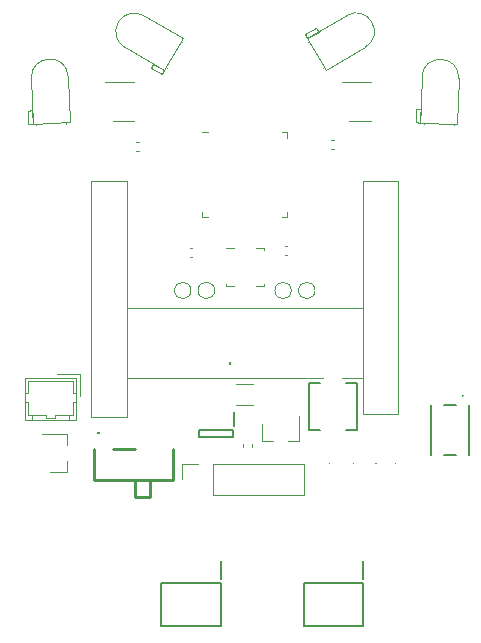
<source format=gto>
G04 #@! TF.GenerationSoftware,KiCad,Pcbnew,(5.1.7)-1*
G04 #@! TF.CreationDate,2021-07-04T06:33:09+09:00*
G04 #@! TF.ProjectId,lapis,6c617069-732e-46b6-9963-61645f706362,rev?*
G04 #@! TF.SameCoordinates,Original*
G04 #@! TF.FileFunction,Legend,Top*
G04 #@! TF.FilePolarity,Positive*
%FSLAX46Y46*%
G04 Gerber Fmt 4.6, Leading zero omitted, Abs format (unit mm)*
G04 Created by KiCad (PCBNEW (5.1.7)-1) date 2021-07-04 06:33:09*
%MOMM*%
%LPD*%
G01*
G04 APERTURE LIST*
%ADD10C,0.120000*%
%ADD11C,0.254000*%
%ADD12C,0.200000*%
%ADD13C,0.100000*%
%ADD14C,0.150000*%
%ADD15R,0.700000X1.500000*%
%ADD16R,0.600000X1.200000*%
%ADD17R,0.250000X0.500000*%
%ADD18R,0.450000X1.000000*%
%ADD19C,1.000000*%
%ADD20R,1.060000X0.650000*%
%ADD21R,0.650000X1.050000*%
%ADD22C,1.500000*%
%ADD23R,0.800000X0.900000*%
%ADD24R,0.900000X0.800000*%
%ADD25R,1.600000X1.000000*%
%ADD26O,1.700000X1.700000*%
%ADD27R,1.700000X1.700000*%
%ADD28O,0.900000X1.400000*%
G04 APERTURE END LIST*
D10*
X135250000Y-113450000D02*
X155250000Y-113450000D01*
X135250000Y-107450000D02*
X155250000Y-107450000D01*
X155250000Y-96700000D02*
X158250000Y-96700000D01*
X155250000Y-96750000D02*
X155250000Y-96700000D01*
X155250000Y-116500000D02*
X155250000Y-96750000D01*
X158250000Y-116500000D02*
X155250000Y-116500000D01*
X158250000Y-116500000D02*
X158250000Y-96700000D01*
X135250000Y-96700000D02*
X135250000Y-116700000D01*
X132250000Y-96700000D02*
X135250000Y-96700000D01*
X132250000Y-116700000D02*
X135250000Y-116700000D01*
X132250000Y-96700000D02*
X132250000Y-116700000D01*
X146185000Y-102390000D02*
X146860000Y-102390000D01*
X146860000Y-102390000D02*
X146860000Y-102565000D01*
X144315000Y-105610000D02*
X143640000Y-105610000D01*
X143640000Y-105610000D02*
X143640000Y-105435000D01*
X146185000Y-105610000D02*
X146860000Y-105610000D01*
X146860000Y-105610000D02*
X146860000Y-105435000D01*
X144315000Y-102390000D02*
X143640000Y-102390000D01*
D11*
X139180000Y-119420000D02*
X139180000Y-122020000D01*
X139180000Y-122020000D02*
X132480000Y-122020000D01*
X132480000Y-122020000D02*
X132480000Y-119420000D01*
X135930000Y-122020000D02*
X135930000Y-123520000D01*
X135930000Y-123520000D02*
X137230000Y-123520000D01*
X137230000Y-123520000D02*
X137230000Y-122020000D01*
X134126330Y-119420000D02*
X135975330Y-119420000D01*
X132863670Y-118081330D02*
G75*
G03*
X132863670Y-118081330I-54000J0D01*
G01*
D12*
X144250000Y-117800000D02*
X144250000Y-118400000D01*
X144250000Y-118400000D02*
X141350000Y-118400000D01*
X141350000Y-118400000D02*
X141350000Y-117800000D01*
X141350000Y-117800000D02*
X144250000Y-117800000D01*
X144300000Y-116250000D02*
X144300000Y-117450000D01*
X144000000Y-112190000D02*
G75*
G02*
X144000000Y-112090000I0J50000D01*
G01*
X144000000Y-112090000D02*
G75*
G02*
X144000000Y-112190000I0J-50000D01*
G01*
X144000000Y-112190000D02*
G75*
G02*
X144000000Y-112090000I0J50000D01*
G01*
X144000000Y-112090000D02*
X144000000Y-112090000D01*
X144000000Y-112190000D02*
X144000000Y-112190000D01*
X144000000Y-112090000D02*
X144000000Y-112090000D01*
X143225000Y-128925000D02*
X143225000Y-130400000D01*
X138200000Y-130750000D02*
X143200000Y-130750000D01*
X138200000Y-134450000D02*
X138200000Y-130750000D01*
X143200000Y-134450000D02*
X138200000Y-134450000D01*
X143200000Y-130750000D02*
X143200000Y-134450000D01*
X155265000Y-128917000D02*
X155265000Y-130392000D01*
X150240000Y-130742000D02*
X155240000Y-130742000D01*
X150240000Y-134442000D02*
X150240000Y-130742000D01*
X155240000Y-134442000D02*
X150240000Y-134442000D01*
X155240000Y-130742000D02*
X155240000Y-134442000D01*
D10*
X149200000Y-106000000D02*
G75*
G03*
X149200000Y-106000000I-700000J0D01*
G01*
X151200000Y-106000000D02*
G75*
G03*
X151200000Y-106000000I-700000J0D01*
G01*
X142700000Y-106000000D02*
G75*
G03*
X142700000Y-106000000I-700000J0D01*
G01*
X140700000Y-106000000D02*
G75*
G03*
X140700000Y-106000000I-700000J0D01*
G01*
D13*
X152450000Y-120635000D02*
G75*
G03*
X152450000Y-120635000I-50000J0D01*
G01*
X154450000Y-120635000D02*
G75*
G03*
X154450000Y-120635000I-50000J0D01*
G01*
X156370000Y-120645000D02*
G75*
G03*
X156370000Y-120645000I-50000J0D01*
G01*
X158050000Y-120635000D02*
G75*
G03*
X158050000Y-120635000I-50000J0D01*
G01*
X125650000Y-116365000D02*
G75*
G03*
X125650000Y-116365000I-50000J0D01*
G01*
D10*
X148634165Y-102990000D02*
X148865835Y-102990000D01*
X148634165Y-102270000D02*
X148865835Y-102270000D01*
X152571665Y-93990000D02*
X152803335Y-93990000D01*
X152571665Y-93270000D02*
X152803335Y-93270000D01*
X136283335Y-93440000D02*
X136051665Y-93440000D01*
X136283335Y-94160000D02*
X136051665Y-94160000D01*
X145860000Y-119225835D02*
X145860000Y-118994165D01*
X145140000Y-119225835D02*
X145140000Y-118994165D01*
X144538748Y-115710000D02*
X145961252Y-115710000D01*
X144538748Y-113890000D02*
X145961252Y-113890000D01*
X140815835Y-102440000D02*
X140584165Y-102440000D01*
X140815835Y-103160000D02*
X140584165Y-103160000D01*
X154100000Y-91610000D02*
X155900000Y-91610000D01*
X155900000Y-88390000D02*
X153450000Y-88390000D01*
X134100000Y-91610000D02*
X135900000Y-91610000D01*
X135900000Y-88390000D02*
X133450000Y-88390000D01*
D12*
X163742370Y-114894000D02*
G75*
G03*
X163742370Y-114894000I-53370J0D01*
G01*
X163100000Y-119900000D02*
X162100000Y-119900000D01*
X163100000Y-115700000D02*
X162100000Y-115700000D01*
X161000000Y-119900000D02*
X161000000Y-115700000D01*
X164200000Y-115700000D02*
X164200000Y-119900000D01*
D10*
X130437252Y-91770971D02*
X130302540Y-87913323D01*
X127280065Y-90760540D02*
X127319153Y-91879858D01*
X127319153Y-91879858D02*
X126919396Y-91893818D01*
X130437252Y-91770971D02*
X127319153Y-91879858D01*
X127613513Y-91999658D02*
X127613513Y-91999658D01*
X127608976Y-91869737D02*
X127608976Y-91869737D01*
X127613513Y-91999658D02*
X127608976Y-91869737D01*
X130147429Y-91781092D02*
X130151966Y-91911013D01*
X130147429Y-91781092D02*
X130147429Y-91781092D01*
X130151966Y-91911013D02*
X130147429Y-91781092D01*
X126880309Y-90774500D02*
X127280065Y-90760540D01*
X127608976Y-91869737D02*
X127613513Y-91999658D01*
X130151966Y-91911013D02*
X130151966Y-91911013D01*
X126919396Y-91893818D02*
X126880309Y-90774500D01*
X127319153Y-91879858D02*
X127184441Y-88022209D01*
X127184440Y-88022209D02*
G75*
G02*
X130302540Y-87913323I1559050J54443D01*
G01*
X152092891Y-87346147D02*
X155435749Y-85416147D01*
X151502839Y-84084148D02*
X150532891Y-84644148D01*
X150532891Y-84644148D02*
X150332891Y-84297738D01*
X152092891Y-87346147D02*
X150532891Y-84644148D01*
X150565307Y-84960295D02*
X150565307Y-84960295D01*
X150677891Y-84895295D02*
X150677891Y-84895295D01*
X150565307Y-84960295D02*
X150677891Y-84895295D01*
X151947891Y-87095000D02*
X151835307Y-87160000D01*
X151947891Y-87095000D02*
X151947891Y-87095000D01*
X151835307Y-87160000D02*
X151947891Y-87095000D01*
X151302839Y-83737738D02*
X151502839Y-84084148D01*
X150677891Y-84895295D02*
X150565307Y-84960295D01*
X151835307Y-87160000D02*
X151835307Y-87160000D01*
X150332891Y-84297738D02*
X151302839Y-83737738D01*
X150532891Y-84644148D02*
X153875749Y-82714148D01*
X153875749Y-82714149D02*
G75*
G02*
X155435749Y-85416147I780000J-1350999D01*
G01*
X140005770Y-84648853D02*
X136662911Y-82718853D01*
X137475821Y-86790852D02*
X138445770Y-87350852D01*
X138445770Y-87350852D02*
X138245770Y-87697262D01*
X140005770Y-84648853D02*
X138445770Y-87350852D01*
X138703353Y-87164705D02*
X138703353Y-87164705D01*
X138590770Y-87099705D02*
X138590770Y-87099705D01*
X138703353Y-87164705D02*
X138590770Y-87099705D01*
X139860770Y-84900000D02*
X139973353Y-84965000D01*
X139860770Y-84900000D02*
X139860770Y-84900000D01*
X139973353Y-84965000D02*
X139860770Y-84900000D01*
X137275821Y-87137262D02*
X137475821Y-86790852D01*
X138590770Y-87099705D02*
X138703353Y-87164705D01*
X139973353Y-84965000D02*
X139973353Y-84965000D01*
X138245770Y-87697262D02*
X137275821Y-87137262D01*
X138445770Y-87350852D02*
X135102911Y-85420852D01*
X135102911Y-85420851D02*
G75*
G02*
X136662911Y-82718853I780000J1350999D01*
G01*
X163232052Y-91900858D02*
X163366764Y-88043209D01*
X160153040Y-90672654D02*
X160113952Y-91791972D01*
X160113952Y-91791972D02*
X159714196Y-91778012D01*
X163232052Y-91900858D02*
X160113952Y-91791972D01*
X160399239Y-91932013D02*
X160399239Y-91932013D01*
X160403776Y-91802092D02*
X160403776Y-91802092D01*
X160399239Y-91932013D02*
X160403776Y-91802092D01*
X162942228Y-91890737D02*
X162937691Y-92020658D01*
X162942228Y-91890737D02*
X162942228Y-91890737D01*
X162937691Y-92020658D02*
X162942228Y-91890737D01*
X159753283Y-90658694D02*
X160153040Y-90672654D01*
X160403776Y-91802092D02*
X160399239Y-91932013D01*
X162937691Y-92020658D02*
X162937691Y-92020658D01*
X159714196Y-91778012D02*
X159753283Y-90658694D01*
X160113952Y-91791972D02*
X160248664Y-87934323D01*
X160248664Y-87934323D02*
G75*
G02*
X163366764Y-88043209I1559050J-54443D01*
G01*
X142115000Y-92590000D02*
X141640000Y-92590000D01*
X148860000Y-99810000D02*
X148860000Y-99335000D01*
X148385000Y-99810000D02*
X148860000Y-99810000D01*
X141640000Y-99810000D02*
X141640000Y-99335000D01*
X142115000Y-99810000D02*
X141640000Y-99810000D01*
X148860000Y-92590000D02*
X148860000Y-93065000D01*
X148385000Y-92590000D02*
X148860000Y-92590000D01*
X146720000Y-118760000D02*
X147650000Y-118760000D01*
X149880000Y-118760000D02*
X148950000Y-118760000D01*
X149880000Y-118760000D02*
X149880000Y-116600000D01*
X146720000Y-118760000D02*
X146720000Y-117300000D01*
X130220000Y-121350000D02*
X130220000Y-120420000D01*
X130220000Y-118190000D02*
X130220000Y-119120000D01*
X130220000Y-118190000D02*
X128060000Y-118190000D01*
X130220000Y-121350000D02*
X128760000Y-121350000D01*
D14*
X151630000Y-117800000D02*
X150730000Y-117800000D01*
X150730000Y-113800000D02*
X151630000Y-113800000D01*
X150730000Y-117800000D02*
X150730000Y-113800000D01*
X154730000Y-117800000D02*
X153830000Y-117800000D01*
X154730000Y-113800000D02*
X154730000Y-117800000D01*
X153830000Y-113800000D02*
X154730000Y-113800000D01*
D10*
X139970000Y-122000000D02*
X139970000Y-120670000D01*
X139970000Y-120670000D02*
X141300000Y-120670000D01*
X142570000Y-120670000D02*
X150250000Y-120670000D01*
X150250000Y-123330000D02*
X150250000Y-120670000D01*
X142570000Y-123330000D02*
X150250000Y-123330000D01*
X142570000Y-123330000D02*
X142570000Y-120670000D01*
X128425000Y-116525000D02*
X127225000Y-116525000D01*
X128425000Y-116825000D02*
X128425000Y-116525000D01*
X129175000Y-116825000D02*
X128425000Y-116825000D01*
X129175000Y-116525000D02*
X129175000Y-116825000D01*
X130375000Y-116525000D02*
X129175000Y-116525000D01*
X127225000Y-116525000D02*
X127225000Y-116975000D01*
X126925000Y-116525000D02*
X127225000Y-116525000D01*
X126925000Y-115425000D02*
X126925000Y-116525000D01*
X126625000Y-115425000D02*
X126925000Y-115425000D01*
X130375000Y-116525000D02*
X130375000Y-116975000D01*
X130675000Y-116525000D02*
X130375000Y-116525000D01*
X130675000Y-115425000D02*
X130675000Y-116525000D01*
X130975000Y-115425000D02*
X130675000Y-115425000D01*
X126925000Y-114675000D02*
X126625000Y-114675000D01*
X126925000Y-113675000D02*
X126925000Y-114675000D01*
X130675000Y-113675000D02*
X126925000Y-113675000D01*
X130675000Y-114675000D02*
X130675000Y-113675000D01*
X130975000Y-114675000D02*
X130675000Y-114675000D01*
X131285000Y-113065000D02*
X129375000Y-113065000D01*
X131285000Y-114975000D02*
X131285000Y-113065000D01*
X126625000Y-116975000D02*
X130975000Y-116975000D01*
X126625000Y-113375000D02*
X126625000Y-116975000D01*
X130975000Y-113375000D02*
X126625000Y-113375000D01*
X130975000Y-116975000D02*
X130975000Y-113375000D01*
%LPC*%
G36*
G01*
X144575000Y-102962500D02*
X144575000Y-102587500D01*
G75*
G02*
X144662500Y-102500000I87500J0D01*
G01*
X144837500Y-102500000D01*
G75*
G02*
X144925000Y-102587500I0J-87500D01*
G01*
X144925000Y-102962500D01*
G75*
G02*
X144837500Y-103050000I-87500J0D01*
G01*
X144662500Y-103050000D01*
G75*
G02*
X144575000Y-102962500I0J87500D01*
G01*
G37*
G36*
G01*
X145075000Y-102962500D02*
X145075000Y-102587500D01*
G75*
G02*
X145162500Y-102500000I87500J0D01*
G01*
X145337500Y-102500000D01*
G75*
G02*
X145425000Y-102587500I0J-87500D01*
G01*
X145425000Y-102962500D01*
G75*
G02*
X145337500Y-103050000I-87500J0D01*
G01*
X145162500Y-103050000D01*
G75*
G02*
X145075000Y-102962500I0J87500D01*
G01*
G37*
G36*
G01*
X145575000Y-102962500D02*
X145575000Y-102587500D01*
G75*
G02*
X145662500Y-102500000I87500J0D01*
G01*
X145837500Y-102500000D01*
G75*
G02*
X145925000Y-102587500I0J-87500D01*
G01*
X145925000Y-102962500D01*
G75*
G02*
X145837500Y-103050000I-87500J0D01*
G01*
X145662500Y-103050000D01*
G75*
G02*
X145575000Y-102962500I0J87500D01*
G01*
G37*
G36*
G01*
X146200000Y-103087500D02*
X146200000Y-102912500D01*
G75*
G02*
X146287500Y-102825000I87500J0D01*
G01*
X146662500Y-102825000D01*
G75*
G02*
X146750000Y-102912500I0J-87500D01*
G01*
X146750000Y-103087500D01*
G75*
G02*
X146662500Y-103175000I-87500J0D01*
G01*
X146287500Y-103175000D01*
G75*
G02*
X146200000Y-103087500I0J87500D01*
G01*
G37*
G36*
G01*
X146200000Y-103587500D02*
X146200000Y-103412500D01*
G75*
G02*
X146287500Y-103325000I87500J0D01*
G01*
X146662500Y-103325000D01*
G75*
G02*
X146750000Y-103412500I0J-87500D01*
G01*
X146750000Y-103587500D01*
G75*
G02*
X146662500Y-103675000I-87500J0D01*
G01*
X146287500Y-103675000D01*
G75*
G02*
X146200000Y-103587500I0J87500D01*
G01*
G37*
G36*
G01*
X146200000Y-104087500D02*
X146200000Y-103912500D01*
G75*
G02*
X146287500Y-103825000I87500J0D01*
G01*
X146662500Y-103825000D01*
G75*
G02*
X146750000Y-103912500I0J-87500D01*
G01*
X146750000Y-104087500D01*
G75*
G02*
X146662500Y-104175000I-87500J0D01*
G01*
X146287500Y-104175000D01*
G75*
G02*
X146200000Y-104087500I0J87500D01*
G01*
G37*
G36*
G01*
X146200000Y-104587500D02*
X146200000Y-104412500D01*
G75*
G02*
X146287500Y-104325000I87500J0D01*
G01*
X146662500Y-104325000D01*
G75*
G02*
X146750000Y-104412500I0J-87500D01*
G01*
X146750000Y-104587500D01*
G75*
G02*
X146662500Y-104675000I-87500J0D01*
G01*
X146287500Y-104675000D01*
G75*
G02*
X146200000Y-104587500I0J87500D01*
G01*
G37*
G36*
G01*
X146200000Y-105087500D02*
X146200000Y-104912500D01*
G75*
G02*
X146287500Y-104825000I87500J0D01*
G01*
X146662500Y-104825000D01*
G75*
G02*
X146750000Y-104912500I0J-87500D01*
G01*
X146750000Y-105087500D01*
G75*
G02*
X146662500Y-105175000I-87500J0D01*
G01*
X146287500Y-105175000D01*
G75*
G02*
X146200000Y-105087500I0J87500D01*
G01*
G37*
G36*
G01*
X145575000Y-105412500D02*
X145575000Y-105037500D01*
G75*
G02*
X145662500Y-104950000I87500J0D01*
G01*
X145837500Y-104950000D01*
G75*
G02*
X145925000Y-105037500I0J-87500D01*
G01*
X145925000Y-105412500D01*
G75*
G02*
X145837500Y-105500000I-87500J0D01*
G01*
X145662500Y-105500000D01*
G75*
G02*
X145575000Y-105412500I0J87500D01*
G01*
G37*
G36*
G01*
X145075000Y-105412500D02*
X145075000Y-105037500D01*
G75*
G02*
X145162500Y-104950000I87500J0D01*
G01*
X145337500Y-104950000D01*
G75*
G02*
X145425000Y-105037500I0J-87500D01*
G01*
X145425000Y-105412500D01*
G75*
G02*
X145337500Y-105500000I-87500J0D01*
G01*
X145162500Y-105500000D01*
G75*
G02*
X145075000Y-105412500I0J87500D01*
G01*
G37*
G36*
G01*
X144575000Y-105412500D02*
X144575000Y-105037500D01*
G75*
G02*
X144662500Y-104950000I87500J0D01*
G01*
X144837500Y-104950000D01*
G75*
G02*
X144925000Y-105037500I0J-87500D01*
G01*
X144925000Y-105412500D01*
G75*
G02*
X144837500Y-105500000I-87500J0D01*
G01*
X144662500Y-105500000D01*
G75*
G02*
X144575000Y-105412500I0J87500D01*
G01*
G37*
G36*
G01*
X143750000Y-105087500D02*
X143750000Y-104912500D01*
G75*
G02*
X143837500Y-104825000I87500J0D01*
G01*
X144212500Y-104825000D01*
G75*
G02*
X144300000Y-104912500I0J-87500D01*
G01*
X144300000Y-105087500D01*
G75*
G02*
X144212500Y-105175000I-87500J0D01*
G01*
X143837500Y-105175000D01*
G75*
G02*
X143750000Y-105087500I0J87500D01*
G01*
G37*
G36*
G01*
X143750000Y-104587500D02*
X143750000Y-104412500D01*
G75*
G02*
X143837500Y-104325000I87500J0D01*
G01*
X144212500Y-104325000D01*
G75*
G02*
X144300000Y-104412500I0J-87500D01*
G01*
X144300000Y-104587500D01*
G75*
G02*
X144212500Y-104675000I-87500J0D01*
G01*
X143837500Y-104675000D01*
G75*
G02*
X143750000Y-104587500I0J87500D01*
G01*
G37*
G36*
G01*
X143750000Y-104087500D02*
X143750000Y-103912500D01*
G75*
G02*
X143837500Y-103825000I87500J0D01*
G01*
X144212500Y-103825000D01*
G75*
G02*
X144300000Y-103912500I0J-87500D01*
G01*
X144300000Y-104087500D01*
G75*
G02*
X144212500Y-104175000I-87500J0D01*
G01*
X143837500Y-104175000D01*
G75*
G02*
X143750000Y-104087500I0J87500D01*
G01*
G37*
G36*
G01*
X143750000Y-103587500D02*
X143750000Y-103412500D01*
G75*
G02*
X143837500Y-103325000I87500J0D01*
G01*
X144212500Y-103325000D01*
G75*
G02*
X144300000Y-103412500I0J-87500D01*
G01*
X144300000Y-103587500D01*
G75*
G02*
X144212500Y-103675000I-87500J0D01*
G01*
X143837500Y-103675000D01*
G75*
G02*
X143750000Y-103587500I0J87500D01*
G01*
G37*
G36*
G01*
X143750000Y-103087500D02*
X143750000Y-102912500D01*
G75*
G02*
X143837500Y-102825000I87500J0D01*
G01*
X144212500Y-102825000D01*
G75*
G02*
X144300000Y-102912500I0J-87500D01*
G01*
X144300000Y-103087500D01*
G75*
G02*
X144212500Y-103175000I-87500J0D01*
G01*
X143837500Y-103175000D01*
G75*
G02*
X143750000Y-103087500I0J87500D01*
G01*
G37*
D15*
X138080000Y-118970000D03*
X136580000Y-118970000D03*
X133580000Y-118970000D03*
D16*
X143750000Y-119350000D03*
X141850000Y-119350000D03*
X141850000Y-116850000D03*
X142800000Y-116850000D03*
X143750000Y-116850000D03*
D17*
X144000000Y-109140000D03*
X144500000Y-109140000D03*
X145000000Y-109140000D03*
X145500000Y-109140000D03*
X146000000Y-109140000D03*
X146500000Y-109140000D03*
X146500000Y-111040000D03*
X146000000Y-111040000D03*
X145500000Y-111040000D03*
X145000000Y-111040000D03*
X144500000Y-111040000D03*
X144000000Y-111040000D03*
D18*
X142650000Y-135538000D03*
X142000000Y-135538000D03*
X141350000Y-135538000D03*
X140700000Y-135538000D03*
X140050000Y-135538000D03*
X139400000Y-135538000D03*
X138750000Y-135538000D03*
X138750000Y-129662000D03*
X139400000Y-129662000D03*
X140050000Y-129662000D03*
X140700000Y-129662000D03*
X141350000Y-129662000D03*
X142000000Y-129662000D03*
X142650000Y-129662000D03*
X154690000Y-135530000D03*
X154040000Y-135530000D03*
X153390000Y-135530000D03*
X152740000Y-135530000D03*
X152090000Y-135530000D03*
X151440000Y-135530000D03*
X150790000Y-135530000D03*
X150790000Y-129654000D03*
X151440000Y-129654000D03*
X152090000Y-129654000D03*
X152740000Y-129654000D03*
X153390000Y-129654000D03*
X154040000Y-129654000D03*
X154690000Y-129654000D03*
D19*
X148500000Y-106000000D03*
X150500000Y-106000000D03*
X142000000Y-106000000D03*
X140000000Y-106000000D03*
G36*
G01*
X149670000Y-100790000D02*
X149670000Y-100990000D01*
G75*
G02*
X149570000Y-101090000I-100000J0D01*
G01*
X149135000Y-101090000D01*
G75*
G02*
X149035000Y-100990000I0J100000D01*
G01*
X149035000Y-100790000D01*
G75*
G02*
X149135000Y-100690000I100000J0D01*
G01*
X149570000Y-100690000D01*
G75*
G02*
X149670000Y-100790000I0J-100000D01*
G01*
G37*
G36*
G01*
X150485000Y-100790000D02*
X150485000Y-100990000D01*
G75*
G02*
X150385000Y-101090000I-100000J0D01*
G01*
X149950000Y-101090000D01*
G75*
G02*
X149850000Y-100990000I0J100000D01*
G01*
X149850000Y-100790000D01*
G75*
G02*
X149950000Y-100690000I100000J0D01*
G01*
X150385000Y-100690000D01*
G75*
G02*
X150485000Y-100790000I0J-100000D01*
G01*
G37*
G36*
G01*
X154300000Y-136965000D02*
X154300000Y-136415000D01*
G75*
G02*
X154525000Y-136190000I225000J0D01*
G01*
X154975000Y-136190000D01*
G75*
G02*
X155200000Y-136415000I0J-225000D01*
G01*
X155200000Y-136965000D01*
G75*
G02*
X154975000Y-137190000I-225000J0D01*
G01*
X154525000Y-137190000D01*
G75*
G02*
X154300000Y-136965000I0J225000D01*
G01*
G37*
G36*
G01*
X152300000Y-136965000D02*
X152300000Y-136415000D01*
G75*
G02*
X152525000Y-136190000I225000J0D01*
G01*
X152975000Y-136190000D01*
G75*
G02*
X153200000Y-136415000I0J-225000D01*
G01*
X153200000Y-136965000D01*
G75*
G02*
X152975000Y-137190000I-225000J0D01*
G01*
X152525000Y-137190000D01*
G75*
G02*
X152300000Y-136965000I0J225000D01*
G01*
G37*
G36*
G01*
X150300000Y-136965000D02*
X150300000Y-136415000D01*
G75*
G02*
X150525000Y-136190000I225000J0D01*
G01*
X150975000Y-136190000D01*
G75*
G02*
X151200000Y-136415000I0J-225000D01*
G01*
X151200000Y-136965000D01*
G75*
G02*
X150975000Y-137190000I-225000J0D01*
G01*
X150525000Y-137190000D01*
G75*
G02*
X150300000Y-136965000I0J225000D01*
G01*
G37*
G36*
G01*
X142245000Y-136965000D02*
X142245000Y-136415000D01*
G75*
G02*
X142470000Y-136190000I225000J0D01*
G01*
X142920000Y-136190000D01*
G75*
G02*
X143145000Y-136415000I0J-225000D01*
G01*
X143145000Y-136965000D01*
G75*
G02*
X142920000Y-137190000I-225000J0D01*
G01*
X142470000Y-137190000D01*
G75*
G02*
X142245000Y-136965000I0J225000D01*
G01*
G37*
G36*
G01*
X140245000Y-136965000D02*
X140245000Y-136415000D01*
G75*
G02*
X140470000Y-136190000I225000J0D01*
G01*
X140920000Y-136190000D01*
G75*
G02*
X141145000Y-136415000I0J-225000D01*
G01*
X141145000Y-136965000D01*
G75*
G02*
X140920000Y-137190000I-225000J0D01*
G01*
X140470000Y-137190000D01*
G75*
G02*
X140245000Y-136965000I0J225000D01*
G01*
G37*
G36*
G01*
X138245000Y-136965000D02*
X138245000Y-136415000D01*
G75*
G02*
X138470000Y-136190000I225000J0D01*
G01*
X138920000Y-136190000D01*
G75*
G02*
X139145000Y-136415000I0J-225000D01*
G01*
X139145000Y-136965000D01*
G75*
G02*
X138920000Y-137190000I-225000J0D01*
G01*
X138470000Y-137190000D01*
G75*
G02*
X138245000Y-136965000I0J225000D01*
G01*
G37*
G36*
G01*
X150590000Y-119220000D02*
X150390000Y-119220000D01*
G75*
G02*
X150290000Y-119120000I0J100000D01*
G01*
X150290000Y-118685000D01*
G75*
G02*
X150390000Y-118585000I100000J0D01*
G01*
X150590000Y-118585000D01*
G75*
G02*
X150690000Y-118685000I0J-100000D01*
G01*
X150690000Y-119120000D01*
G75*
G02*
X150590000Y-119220000I-100000J0D01*
G01*
G37*
G36*
G01*
X150590000Y-120035000D02*
X150390000Y-120035000D01*
G75*
G02*
X150290000Y-119935000I0J100000D01*
G01*
X150290000Y-119500000D01*
G75*
G02*
X150390000Y-119400000I100000J0D01*
G01*
X150590000Y-119400000D01*
G75*
G02*
X150690000Y-119500000I0J-100000D01*
G01*
X150690000Y-119935000D01*
G75*
G02*
X150590000Y-120035000I-100000J0D01*
G01*
G37*
G36*
G01*
X148810000Y-114300000D02*
X148810000Y-114500000D01*
G75*
G02*
X148710000Y-114600000I-100000J0D01*
G01*
X148275000Y-114600000D01*
G75*
G02*
X148175000Y-114500000I0J100000D01*
G01*
X148175000Y-114300000D01*
G75*
G02*
X148275000Y-114200000I100000J0D01*
G01*
X148710000Y-114200000D01*
G75*
G02*
X148810000Y-114300000I0J-100000D01*
G01*
G37*
G36*
G01*
X149625000Y-114300000D02*
X149625000Y-114500000D01*
G75*
G02*
X149525000Y-114600000I-100000J0D01*
G01*
X149090000Y-114600000D01*
G75*
G02*
X148990000Y-114500000I0J100000D01*
G01*
X148990000Y-114300000D01*
G75*
G02*
X149090000Y-114200000I100000J0D01*
G01*
X149525000Y-114200000D01*
G75*
G02*
X149625000Y-114300000I0J-100000D01*
G01*
G37*
G36*
G01*
X159930000Y-112940000D02*
X159730000Y-112940000D01*
G75*
G02*
X159630000Y-112840000I0J100000D01*
G01*
X159630000Y-112405000D01*
G75*
G02*
X159730000Y-112305000I100000J0D01*
G01*
X159930000Y-112305000D01*
G75*
G02*
X160030000Y-112405000I0J-100000D01*
G01*
X160030000Y-112840000D01*
G75*
G02*
X159930000Y-112940000I-100000J0D01*
G01*
G37*
G36*
G01*
X159930000Y-113755000D02*
X159730000Y-113755000D01*
G75*
G02*
X159630000Y-113655000I0J100000D01*
G01*
X159630000Y-113220000D01*
G75*
G02*
X159730000Y-113120000I100000J0D01*
G01*
X159930000Y-113120000D01*
G75*
G02*
X160030000Y-113220000I0J-100000D01*
G01*
X160030000Y-113655000D01*
G75*
G02*
X159930000Y-113755000I-100000J0D01*
G01*
G37*
G36*
G01*
X152500000Y-119642500D02*
X152300000Y-119642500D01*
G75*
G02*
X152200000Y-119542500I0J100000D01*
G01*
X152200000Y-119107500D01*
G75*
G02*
X152300000Y-119007500I100000J0D01*
G01*
X152500000Y-119007500D01*
G75*
G02*
X152600000Y-119107500I0J-100000D01*
G01*
X152600000Y-119542500D01*
G75*
G02*
X152500000Y-119642500I-100000J0D01*
G01*
G37*
G36*
G01*
X152500000Y-120457500D02*
X152300000Y-120457500D01*
G75*
G02*
X152200000Y-120357500I0J100000D01*
G01*
X152200000Y-119922500D01*
G75*
G02*
X152300000Y-119822500I100000J0D01*
G01*
X152500000Y-119822500D01*
G75*
G02*
X152600000Y-119922500I0J-100000D01*
G01*
X152600000Y-120357500D01*
G75*
G02*
X152500000Y-120457500I-100000J0D01*
G01*
G37*
G36*
G01*
X154400000Y-119610000D02*
X154200000Y-119610000D01*
G75*
G02*
X154100000Y-119510000I0J100000D01*
G01*
X154100000Y-119075000D01*
G75*
G02*
X154200000Y-118975000I100000J0D01*
G01*
X154400000Y-118975000D01*
G75*
G02*
X154500000Y-119075000I0J-100000D01*
G01*
X154500000Y-119510000D01*
G75*
G02*
X154400000Y-119610000I-100000J0D01*
G01*
G37*
G36*
G01*
X154400000Y-120425000D02*
X154200000Y-120425000D01*
G75*
G02*
X154100000Y-120325000I0J100000D01*
G01*
X154100000Y-119890000D01*
G75*
G02*
X154200000Y-119790000I100000J0D01*
G01*
X154400000Y-119790000D01*
G75*
G02*
X154500000Y-119890000I0J-100000D01*
G01*
X154500000Y-120325000D01*
G75*
G02*
X154400000Y-120425000I-100000J0D01*
G01*
G37*
G36*
G01*
X156500000Y-119610000D02*
X156300000Y-119610000D01*
G75*
G02*
X156200000Y-119510000I0J100000D01*
G01*
X156200000Y-119075000D01*
G75*
G02*
X156300000Y-118975000I100000J0D01*
G01*
X156500000Y-118975000D01*
G75*
G02*
X156600000Y-119075000I0J-100000D01*
G01*
X156600000Y-119510000D01*
G75*
G02*
X156500000Y-119610000I-100000J0D01*
G01*
G37*
G36*
G01*
X156500000Y-120425000D02*
X156300000Y-120425000D01*
G75*
G02*
X156200000Y-120325000I0J100000D01*
G01*
X156200000Y-119890000D01*
G75*
G02*
X156300000Y-119790000I100000J0D01*
G01*
X156500000Y-119790000D01*
G75*
G02*
X156600000Y-119890000I0J-100000D01*
G01*
X156600000Y-120325000D01*
G75*
G02*
X156500000Y-120425000I-100000J0D01*
G01*
G37*
G36*
G01*
X158100000Y-119610000D02*
X157900000Y-119610000D01*
G75*
G02*
X157800000Y-119510000I0J100000D01*
G01*
X157800000Y-119075000D01*
G75*
G02*
X157900000Y-118975000I100000J0D01*
G01*
X158100000Y-118975000D01*
G75*
G02*
X158200000Y-119075000I0J-100000D01*
G01*
X158200000Y-119510000D01*
G75*
G02*
X158100000Y-119610000I-100000J0D01*
G01*
G37*
G36*
G01*
X158100000Y-120425000D02*
X157900000Y-120425000D01*
G75*
G02*
X157800000Y-120325000I0J100000D01*
G01*
X157800000Y-119890000D01*
G75*
G02*
X157900000Y-119790000I100000J0D01*
G01*
X158100000Y-119790000D01*
G75*
G02*
X158200000Y-119890000I0J-100000D01*
G01*
X158200000Y-120325000D01*
G75*
G02*
X158100000Y-120425000I-100000J0D01*
G01*
G37*
G36*
G01*
X152360000Y-90810000D02*
X152160000Y-90810000D01*
G75*
G02*
X152060000Y-90710000I0J100000D01*
G01*
X152060000Y-90275000D01*
G75*
G02*
X152160000Y-90175000I100000J0D01*
G01*
X152360000Y-90175000D01*
G75*
G02*
X152460000Y-90275000I0J-100000D01*
G01*
X152460000Y-90710000D01*
G75*
G02*
X152360000Y-90810000I-100000J0D01*
G01*
G37*
G36*
G01*
X152360000Y-91625000D02*
X152160000Y-91625000D01*
G75*
G02*
X152060000Y-91525000I0J100000D01*
G01*
X152060000Y-91090000D01*
G75*
G02*
X152160000Y-90990000I100000J0D01*
G01*
X152360000Y-90990000D01*
G75*
G02*
X152460000Y-91090000I0J-100000D01*
G01*
X152460000Y-91525000D01*
G75*
G02*
X152360000Y-91625000I-100000J0D01*
G01*
G37*
G36*
G01*
X128990000Y-112400000D02*
X128990000Y-112200000D01*
G75*
G02*
X129090000Y-112100000I100000J0D01*
G01*
X129525000Y-112100000D01*
G75*
G02*
X129625000Y-112200000I0J-100000D01*
G01*
X129625000Y-112400000D01*
G75*
G02*
X129525000Y-112500000I-100000J0D01*
G01*
X129090000Y-112500000D01*
G75*
G02*
X128990000Y-112400000I0J100000D01*
G01*
G37*
G36*
G01*
X128175000Y-112400000D02*
X128175000Y-112200000D01*
G75*
G02*
X128275000Y-112100000I100000J0D01*
G01*
X128710000Y-112100000D01*
G75*
G02*
X128810000Y-112200000I0J-100000D01*
G01*
X128810000Y-112400000D01*
G75*
G02*
X128710000Y-112500000I-100000J0D01*
G01*
X128275000Y-112500000D01*
G75*
G02*
X128175000Y-112400000I0J100000D01*
G01*
G37*
G36*
G01*
X137400000Y-115550000D02*
X137600000Y-115550000D01*
G75*
G02*
X137700000Y-115650000I0J-100000D01*
G01*
X137700000Y-116085000D01*
G75*
G02*
X137600000Y-116185000I-100000J0D01*
G01*
X137400000Y-116185000D01*
G75*
G02*
X137300000Y-116085000I0J100000D01*
G01*
X137300000Y-115650000D01*
G75*
G02*
X137400000Y-115550000I100000J0D01*
G01*
G37*
G36*
G01*
X137400000Y-114735000D02*
X137600000Y-114735000D01*
G75*
G02*
X137700000Y-114835000I0J-100000D01*
G01*
X137700000Y-115270000D01*
G75*
G02*
X137600000Y-115370000I-100000J0D01*
G01*
X137400000Y-115370000D01*
G75*
G02*
X137300000Y-115270000I0J100000D01*
G01*
X137300000Y-114835000D01*
G75*
G02*
X137400000Y-114735000I100000J0D01*
G01*
G37*
G36*
G01*
X136630000Y-115350000D02*
X136430000Y-115350000D01*
G75*
G02*
X136330000Y-115250000I0J100000D01*
G01*
X136330000Y-114815000D01*
G75*
G02*
X136430000Y-114715000I100000J0D01*
G01*
X136630000Y-114715000D01*
G75*
G02*
X136730000Y-114815000I0J-100000D01*
G01*
X136730000Y-115250000D01*
G75*
G02*
X136630000Y-115350000I-100000J0D01*
G01*
G37*
G36*
G01*
X136630000Y-116165000D02*
X136430000Y-116165000D01*
G75*
G02*
X136330000Y-116065000I0J100000D01*
G01*
X136330000Y-115630000D01*
G75*
G02*
X136430000Y-115530000I100000J0D01*
G01*
X136630000Y-115530000D01*
G75*
G02*
X136730000Y-115630000I0J-100000D01*
G01*
X136730000Y-116065000D01*
G75*
G02*
X136630000Y-116165000I-100000J0D01*
G01*
G37*
G36*
G01*
X126830000Y-119640000D02*
X127030000Y-119640000D01*
G75*
G02*
X127130000Y-119740000I0J-100000D01*
G01*
X127130000Y-120175000D01*
G75*
G02*
X127030000Y-120275000I-100000J0D01*
G01*
X126830000Y-120275000D01*
G75*
G02*
X126730000Y-120175000I0J100000D01*
G01*
X126730000Y-119740000D01*
G75*
G02*
X126830000Y-119640000I100000J0D01*
G01*
G37*
G36*
G01*
X126830000Y-118825000D02*
X127030000Y-118825000D01*
G75*
G02*
X127130000Y-118925000I0J-100000D01*
G01*
X127130000Y-119360000D01*
G75*
G02*
X127030000Y-119460000I-100000J0D01*
G01*
X126830000Y-119460000D01*
G75*
G02*
X126730000Y-119360000I0J100000D01*
G01*
X126730000Y-118925000D01*
G75*
G02*
X126830000Y-118825000I100000J0D01*
G01*
G37*
G36*
G01*
X144390000Y-87300000D02*
X144390000Y-87100000D01*
G75*
G02*
X144490000Y-87000000I100000J0D01*
G01*
X144925000Y-87000000D01*
G75*
G02*
X145025000Y-87100000I0J-100000D01*
G01*
X145025000Y-87300000D01*
G75*
G02*
X144925000Y-87400000I-100000J0D01*
G01*
X144490000Y-87400000D01*
G75*
G02*
X144390000Y-87300000I0J100000D01*
G01*
G37*
G36*
G01*
X143575000Y-87300000D02*
X143575000Y-87100000D01*
G75*
G02*
X143675000Y-87000000I100000J0D01*
G01*
X144110000Y-87000000D01*
G75*
G02*
X144210000Y-87100000I0J-100000D01*
G01*
X144210000Y-87300000D01*
G75*
G02*
X144110000Y-87400000I-100000J0D01*
G01*
X143675000Y-87400000D01*
G75*
G02*
X143575000Y-87300000I0J100000D01*
G01*
G37*
G36*
G01*
X133700000Y-94510000D02*
X133500000Y-94510000D01*
G75*
G02*
X133400000Y-94410000I0J100000D01*
G01*
X133400000Y-93975000D01*
G75*
G02*
X133500000Y-93875000I100000J0D01*
G01*
X133700000Y-93875000D01*
G75*
G02*
X133800000Y-93975000I0J-100000D01*
G01*
X133800000Y-94410000D01*
G75*
G02*
X133700000Y-94510000I-100000J0D01*
G01*
G37*
G36*
G01*
X133700000Y-95325000D02*
X133500000Y-95325000D01*
G75*
G02*
X133400000Y-95225000I0J100000D01*
G01*
X133400000Y-94790000D01*
G75*
G02*
X133500000Y-94690000I100000J0D01*
G01*
X133700000Y-94690000D01*
G75*
G02*
X133800000Y-94790000I0J-100000D01*
G01*
X133800000Y-95225000D01*
G75*
G02*
X133700000Y-95325000I-100000J0D01*
G01*
G37*
G36*
G01*
X158100000Y-94510000D02*
X157900000Y-94510000D01*
G75*
G02*
X157800000Y-94410000I0J100000D01*
G01*
X157800000Y-93975000D01*
G75*
G02*
X157900000Y-93875000I100000J0D01*
G01*
X158100000Y-93875000D01*
G75*
G02*
X158200000Y-93975000I0J-100000D01*
G01*
X158200000Y-94410000D01*
G75*
G02*
X158100000Y-94510000I-100000J0D01*
G01*
G37*
G36*
G01*
X158100000Y-95325000D02*
X157900000Y-95325000D01*
G75*
G02*
X157800000Y-95225000I0J100000D01*
G01*
X157800000Y-94790000D01*
G75*
G02*
X157900000Y-94690000I100000J0D01*
G01*
X158100000Y-94690000D01*
G75*
G02*
X158200000Y-94790000I0J-100000D01*
G01*
X158200000Y-95225000D01*
G75*
G02*
X158100000Y-95325000I-100000J0D01*
G01*
G37*
G36*
G01*
X146110000Y-87100000D02*
X146110000Y-87300000D01*
G75*
G02*
X146010000Y-87400000I-100000J0D01*
G01*
X145575000Y-87400000D01*
G75*
G02*
X145475000Y-87300000I0J100000D01*
G01*
X145475000Y-87100000D01*
G75*
G02*
X145575000Y-87000000I100000J0D01*
G01*
X146010000Y-87000000D01*
G75*
G02*
X146110000Y-87100000I0J-100000D01*
G01*
G37*
G36*
G01*
X146925000Y-87100000D02*
X146925000Y-87300000D01*
G75*
G02*
X146825000Y-87400000I-100000J0D01*
G01*
X146390000Y-87400000D01*
G75*
G02*
X146290000Y-87300000I0J100000D01*
G01*
X146290000Y-87100000D01*
G75*
G02*
X146390000Y-87000000I100000J0D01*
G01*
X146825000Y-87000000D01*
G75*
G02*
X146925000Y-87100000I0J-100000D01*
G01*
G37*
G36*
G01*
X132400000Y-90712500D02*
X132200000Y-90712500D01*
G75*
G02*
X132100000Y-90612500I0J100000D01*
G01*
X132100000Y-90177500D01*
G75*
G02*
X132200000Y-90077500I100000J0D01*
G01*
X132400000Y-90077500D01*
G75*
G02*
X132500000Y-90177500I0J-100000D01*
G01*
X132500000Y-90612500D01*
G75*
G02*
X132400000Y-90712500I-100000J0D01*
G01*
G37*
G36*
G01*
X132400000Y-91527500D02*
X132200000Y-91527500D01*
G75*
G02*
X132100000Y-91427500I0J100000D01*
G01*
X132100000Y-90992500D01*
G75*
G02*
X132200000Y-90892500I100000J0D01*
G01*
X132400000Y-90892500D01*
G75*
G02*
X132500000Y-90992500I0J-100000D01*
G01*
X132500000Y-91427500D01*
G75*
G02*
X132400000Y-91527500I-100000J0D01*
G01*
G37*
G36*
G01*
X152240000Y-122090000D02*
X152560000Y-122090000D01*
G75*
G02*
X152720000Y-122250000I0J-160000D01*
G01*
X152720000Y-122695000D01*
G75*
G02*
X152560000Y-122855000I-160000J0D01*
G01*
X152240000Y-122855000D01*
G75*
G02*
X152080000Y-122695000I0J160000D01*
G01*
X152080000Y-122250000D01*
G75*
G02*
X152240000Y-122090000I160000J0D01*
G01*
G37*
G36*
G01*
X152240000Y-120945000D02*
X152560000Y-120945000D01*
G75*
G02*
X152720000Y-121105000I0J-160000D01*
G01*
X152720000Y-121550000D01*
G75*
G02*
X152560000Y-121710000I-160000J0D01*
G01*
X152240000Y-121710000D01*
G75*
G02*
X152080000Y-121550000I0J160000D01*
G01*
X152080000Y-121105000D01*
G75*
G02*
X152240000Y-120945000I160000J0D01*
G01*
G37*
G36*
G01*
X154240000Y-122090000D02*
X154560000Y-122090000D01*
G75*
G02*
X154720000Y-122250000I0J-160000D01*
G01*
X154720000Y-122695000D01*
G75*
G02*
X154560000Y-122855000I-160000J0D01*
G01*
X154240000Y-122855000D01*
G75*
G02*
X154080000Y-122695000I0J160000D01*
G01*
X154080000Y-122250000D01*
G75*
G02*
X154240000Y-122090000I160000J0D01*
G01*
G37*
G36*
G01*
X154240000Y-120945000D02*
X154560000Y-120945000D01*
G75*
G02*
X154720000Y-121105000I0J-160000D01*
G01*
X154720000Y-121550000D01*
G75*
G02*
X154560000Y-121710000I-160000J0D01*
G01*
X154240000Y-121710000D01*
G75*
G02*
X154080000Y-121550000I0J160000D01*
G01*
X154080000Y-121105000D01*
G75*
G02*
X154240000Y-120945000I160000J0D01*
G01*
G37*
G36*
G01*
X156160000Y-122100000D02*
X156480000Y-122100000D01*
G75*
G02*
X156640000Y-122260000I0J-160000D01*
G01*
X156640000Y-122705000D01*
G75*
G02*
X156480000Y-122865000I-160000J0D01*
G01*
X156160000Y-122865000D01*
G75*
G02*
X156000000Y-122705000I0J160000D01*
G01*
X156000000Y-122260000D01*
G75*
G02*
X156160000Y-122100000I160000J0D01*
G01*
G37*
G36*
G01*
X156160000Y-120955000D02*
X156480000Y-120955000D01*
G75*
G02*
X156640000Y-121115000I0J-160000D01*
G01*
X156640000Y-121560000D01*
G75*
G02*
X156480000Y-121720000I-160000J0D01*
G01*
X156160000Y-121720000D01*
G75*
G02*
X156000000Y-121560000I0J160000D01*
G01*
X156000000Y-121115000D01*
G75*
G02*
X156160000Y-120955000I160000J0D01*
G01*
G37*
G36*
G01*
X157840000Y-122090000D02*
X158160000Y-122090000D01*
G75*
G02*
X158320000Y-122250000I0J-160000D01*
G01*
X158320000Y-122695000D01*
G75*
G02*
X158160000Y-122855000I-160000J0D01*
G01*
X157840000Y-122855000D01*
G75*
G02*
X157680000Y-122695000I0J160000D01*
G01*
X157680000Y-122250000D01*
G75*
G02*
X157840000Y-122090000I160000J0D01*
G01*
G37*
G36*
G01*
X157840000Y-120945000D02*
X158160000Y-120945000D01*
G75*
G02*
X158320000Y-121105000I0J-160000D01*
G01*
X158320000Y-121550000D01*
G75*
G02*
X158160000Y-121710000I-160000J0D01*
G01*
X157840000Y-121710000D01*
G75*
G02*
X157680000Y-121550000I0J160000D01*
G01*
X157680000Y-121105000D01*
G75*
G02*
X157840000Y-120945000I160000J0D01*
G01*
G37*
G36*
G01*
X125760000Y-114910000D02*
X125440000Y-114910000D01*
G75*
G02*
X125280000Y-114750000I0J160000D01*
G01*
X125280000Y-114305000D01*
G75*
G02*
X125440000Y-114145000I160000J0D01*
G01*
X125760000Y-114145000D01*
G75*
G02*
X125920000Y-114305000I0J-160000D01*
G01*
X125920000Y-114750000D01*
G75*
G02*
X125760000Y-114910000I-160000J0D01*
G01*
G37*
G36*
G01*
X125760000Y-116055000D02*
X125440000Y-116055000D01*
G75*
G02*
X125280000Y-115895000I0J160000D01*
G01*
X125280000Y-115450000D01*
G75*
G02*
X125440000Y-115290000I160000J0D01*
G01*
X125760000Y-115290000D01*
G75*
G02*
X125920000Y-115450000I0J-160000D01*
G01*
X125920000Y-115895000D01*
G75*
G02*
X125760000Y-116055000I-160000J0D01*
G01*
G37*
G36*
G01*
X148950000Y-102785000D02*
X148950000Y-102475000D01*
G75*
G02*
X149105000Y-102320000I155000J0D01*
G01*
X149530000Y-102320000D01*
G75*
G02*
X149685000Y-102475000I0J-155000D01*
G01*
X149685000Y-102785000D01*
G75*
G02*
X149530000Y-102940000I-155000J0D01*
G01*
X149105000Y-102940000D01*
G75*
G02*
X148950000Y-102785000I0J155000D01*
G01*
G37*
G36*
G01*
X147815000Y-102785000D02*
X147815000Y-102475000D01*
G75*
G02*
X147970000Y-102320000I155000J0D01*
G01*
X148395000Y-102320000D01*
G75*
G02*
X148550000Y-102475000I0J-155000D01*
G01*
X148550000Y-102785000D01*
G75*
G02*
X148395000Y-102940000I-155000J0D01*
G01*
X147970000Y-102940000D01*
G75*
G02*
X147815000Y-102785000I0J155000D01*
G01*
G37*
G36*
G01*
X136610000Y-96800000D02*
X136610000Y-97000000D01*
G75*
G02*
X136510000Y-97100000I-100000J0D01*
G01*
X136075000Y-97100000D01*
G75*
G02*
X135975000Y-97000000I0J100000D01*
G01*
X135975000Y-96800000D01*
G75*
G02*
X136075000Y-96700000I100000J0D01*
G01*
X136510000Y-96700000D01*
G75*
G02*
X136610000Y-96800000I0J-100000D01*
G01*
G37*
G36*
G01*
X137425000Y-96800000D02*
X137425000Y-97000000D01*
G75*
G02*
X137325000Y-97100000I-100000J0D01*
G01*
X136890000Y-97100000D01*
G75*
G02*
X136790000Y-97000000I0J100000D01*
G01*
X136790000Y-96800000D01*
G75*
G02*
X136890000Y-96700000I100000J0D01*
G01*
X137325000Y-96700000D01*
G75*
G02*
X137425000Y-96800000I0J-100000D01*
G01*
G37*
G36*
G01*
X136317500Y-92800000D02*
X136317500Y-93000000D01*
G75*
G02*
X136217500Y-93100000I-100000J0D01*
G01*
X135782500Y-93100000D01*
G75*
G02*
X135682500Y-93000000I0J100000D01*
G01*
X135682500Y-92800000D01*
G75*
G02*
X135782500Y-92700000I100000J0D01*
G01*
X136217500Y-92700000D01*
G75*
G02*
X136317500Y-92800000I0J-100000D01*
G01*
G37*
G36*
G01*
X137132500Y-92800000D02*
X137132500Y-93000000D01*
G75*
G02*
X137032500Y-93100000I-100000J0D01*
G01*
X136597500Y-93100000D01*
G75*
G02*
X136497500Y-93000000I0J100000D01*
G01*
X136497500Y-92800000D01*
G75*
G02*
X136597500Y-92700000I100000J0D01*
G01*
X137032500Y-92700000D01*
G75*
G02*
X137132500Y-92800000I0J-100000D01*
G01*
G37*
G36*
G01*
X149660000Y-101640000D02*
X149660000Y-101840000D01*
G75*
G02*
X149560000Y-101940000I-100000J0D01*
G01*
X149125000Y-101940000D01*
G75*
G02*
X149025000Y-101840000I0J100000D01*
G01*
X149025000Y-101640000D01*
G75*
G02*
X149125000Y-101540000I100000J0D01*
G01*
X149560000Y-101540000D01*
G75*
G02*
X149660000Y-101640000I0J-100000D01*
G01*
G37*
G36*
G01*
X150475000Y-101640000D02*
X150475000Y-101840000D01*
G75*
G02*
X150375000Y-101940000I-100000J0D01*
G01*
X149940000Y-101940000D01*
G75*
G02*
X149840000Y-101840000I0J100000D01*
G01*
X149840000Y-101640000D01*
G75*
G02*
X149940000Y-101540000I100000J0D01*
G01*
X150375000Y-101540000D01*
G75*
G02*
X150475000Y-101640000I0J-100000D01*
G01*
G37*
G36*
G01*
X140110000Y-92300000D02*
X140110000Y-92500000D01*
G75*
G02*
X140010000Y-92600000I-100000J0D01*
G01*
X139575000Y-92600000D01*
G75*
G02*
X139475000Y-92500000I0J100000D01*
G01*
X139475000Y-92300000D01*
G75*
G02*
X139575000Y-92200000I100000J0D01*
G01*
X140010000Y-92200000D01*
G75*
G02*
X140110000Y-92300000I0J-100000D01*
G01*
G37*
G36*
G01*
X140925000Y-92300000D02*
X140925000Y-92500000D01*
G75*
G02*
X140825000Y-92600000I-100000J0D01*
G01*
X140390000Y-92600000D01*
G75*
G02*
X140290000Y-92500000I0J100000D01*
G01*
X140290000Y-92300000D01*
G75*
G02*
X140390000Y-92200000I100000J0D01*
G01*
X140825000Y-92200000D01*
G75*
G02*
X140925000Y-92300000I0J-100000D01*
G01*
G37*
G36*
G01*
X152647500Y-94820000D02*
X152647500Y-94620000D01*
G75*
G02*
X152747500Y-94520000I100000J0D01*
G01*
X153182500Y-94520000D01*
G75*
G02*
X153282500Y-94620000I0J-100000D01*
G01*
X153282500Y-94820000D01*
G75*
G02*
X153182500Y-94920000I-100000J0D01*
G01*
X152747500Y-94920000D01*
G75*
G02*
X152647500Y-94820000I0J100000D01*
G01*
G37*
G36*
G01*
X151832500Y-94820000D02*
X151832500Y-94620000D01*
G75*
G02*
X151932500Y-94520000I100000J0D01*
G01*
X152367500Y-94520000D01*
G75*
G02*
X152467500Y-94620000I0J-100000D01*
G01*
X152467500Y-94820000D01*
G75*
G02*
X152367500Y-94920000I-100000J0D01*
G01*
X151932500Y-94920000D01*
G75*
G02*
X151832500Y-94820000I0J100000D01*
G01*
G37*
G36*
G01*
X152887500Y-93785000D02*
X152887500Y-93475000D01*
G75*
G02*
X153042500Y-93320000I155000J0D01*
G01*
X153467500Y-93320000D01*
G75*
G02*
X153622500Y-93475000I0J-155000D01*
G01*
X153622500Y-93785000D01*
G75*
G02*
X153467500Y-93940000I-155000J0D01*
G01*
X153042500Y-93940000D01*
G75*
G02*
X152887500Y-93785000I0J155000D01*
G01*
G37*
G36*
G01*
X151752500Y-93785000D02*
X151752500Y-93475000D01*
G75*
G02*
X151907500Y-93320000I155000J0D01*
G01*
X152332500Y-93320000D01*
G75*
G02*
X152487500Y-93475000I0J-155000D01*
G01*
X152487500Y-93785000D01*
G75*
G02*
X152332500Y-93940000I-155000J0D01*
G01*
X151907500Y-93940000D01*
G75*
G02*
X151752500Y-93785000I0J155000D01*
G01*
G37*
G36*
G01*
X135967500Y-93645000D02*
X135967500Y-93955000D01*
G75*
G02*
X135812500Y-94110000I-155000J0D01*
G01*
X135387500Y-94110000D01*
G75*
G02*
X135232500Y-93955000I0J155000D01*
G01*
X135232500Y-93645000D01*
G75*
G02*
X135387500Y-93490000I155000J0D01*
G01*
X135812500Y-93490000D01*
G75*
G02*
X135967500Y-93645000I0J-155000D01*
G01*
G37*
G36*
G01*
X137102500Y-93645000D02*
X137102500Y-93955000D01*
G75*
G02*
X136947500Y-94110000I-155000J0D01*
G01*
X136522500Y-94110000D01*
G75*
G02*
X136367500Y-93955000I0J155000D01*
G01*
X136367500Y-93645000D01*
G75*
G02*
X136522500Y-93490000I155000J0D01*
G01*
X136947500Y-93490000D01*
G75*
G02*
X137102500Y-93645000I0J-155000D01*
G01*
G37*
G36*
G01*
X157650000Y-89590000D02*
X157850000Y-89590000D01*
G75*
G02*
X157950000Y-89690000I0J-100000D01*
G01*
X157950000Y-90125000D01*
G75*
G02*
X157850000Y-90225000I-100000J0D01*
G01*
X157650000Y-90225000D01*
G75*
G02*
X157550000Y-90125000I0J100000D01*
G01*
X157550000Y-89690000D01*
G75*
G02*
X157650000Y-89590000I100000J0D01*
G01*
G37*
G36*
G01*
X157650000Y-88775000D02*
X157850000Y-88775000D01*
G75*
G02*
X157950000Y-88875000I0J-100000D01*
G01*
X157950000Y-89310000D01*
G75*
G02*
X157850000Y-89410000I-100000J0D01*
G01*
X157650000Y-89410000D01*
G75*
G02*
X157550000Y-89310000I0J100000D01*
G01*
X157550000Y-88875000D01*
G75*
G02*
X157650000Y-88775000I100000J0D01*
G01*
G37*
G36*
G01*
X138600000Y-115370000D02*
X138400000Y-115370000D01*
G75*
G02*
X138300000Y-115270000I0J100000D01*
G01*
X138300000Y-114835000D01*
G75*
G02*
X138400000Y-114735000I100000J0D01*
G01*
X138600000Y-114735000D01*
G75*
G02*
X138700000Y-114835000I0J-100000D01*
G01*
X138700000Y-115270000D01*
G75*
G02*
X138600000Y-115370000I-100000J0D01*
G01*
G37*
G36*
G01*
X138600000Y-116185000D02*
X138400000Y-116185000D01*
G75*
G02*
X138300000Y-116085000I0J100000D01*
G01*
X138300000Y-115650000D01*
G75*
G02*
X138400000Y-115550000I100000J0D01*
G01*
X138600000Y-115550000D01*
G75*
G02*
X138700000Y-115650000I0J-100000D01*
G01*
X138700000Y-116085000D01*
G75*
G02*
X138600000Y-116185000I-100000J0D01*
G01*
G37*
G36*
G01*
X145655000Y-118910000D02*
X145345000Y-118910000D01*
G75*
G02*
X145190000Y-118755000I0J155000D01*
G01*
X145190000Y-118330000D01*
G75*
G02*
X145345000Y-118175000I155000J0D01*
G01*
X145655000Y-118175000D01*
G75*
G02*
X145810000Y-118330000I0J-155000D01*
G01*
X145810000Y-118755000D01*
G75*
G02*
X145655000Y-118910000I-155000J0D01*
G01*
G37*
G36*
G01*
X145655000Y-120045000D02*
X145345000Y-120045000D01*
G75*
G02*
X145190000Y-119890000I0J155000D01*
G01*
X145190000Y-119465000D01*
G75*
G02*
X145345000Y-119310000I155000J0D01*
G01*
X145655000Y-119310000D01*
G75*
G02*
X145810000Y-119465000I0J-155000D01*
G01*
X145810000Y-119890000D01*
G75*
G02*
X145655000Y-120045000I-155000J0D01*
G01*
G37*
G36*
G01*
X140510000Y-118950000D02*
X140310000Y-118950000D01*
G75*
G02*
X140210000Y-118850000I0J100000D01*
G01*
X140210000Y-118415000D01*
G75*
G02*
X140310000Y-118315000I100000J0D01*
G01*
X140510000Y-118315000D01*
G75*
G02*
X140610000Y-118415000I0J-100000D01*
G01*
X140610000Y-118850000D01*
G75*
G02*
X140510000Y-118950000I-100000J0D01*
G01*
G37*
G36*
G01*
X140510000Y-119765000D02*
X140310000Y-119765000D01*
G75*
G02*
X140210000Y-119665000I0J100000D01*
G01*
X140210000Y-119230000D01*
G75*
G02*
X140310000Y-119130000I100000J0D01*
G01*
X140510000Y-119130000D01*
G75*
G02*
X140610000Y-119230000I0J-100000D01*
G01*
X140610000Y-119665000D01*
G75*
G02*
X140510000Y-119765000I-100000J0D01*
G01*
G37*
G36*
G01*
X145470000Y-117140000D02*
X145670000Y-117140000D01*
G75*
G02*
X145770000Y-117240000I0J-100000D01*
G01*
X145770000Y-117675000D01*
G75*
G02*
X145670000Y-117775000I-100000J0D01*
G01*
X145470000Y-117775000D01*
G75*
G02*
X145370000Y-117675000I0J100000D01*
G01*
X145370000Y-117240000D01*
G75*
G02*
X145470000Y-117140000I100000J0D01*
G01*
G37*
G36*
G01*
X145470000Y-116325000D02*
X145670000Y-116325000D01*
G75*
G02*
X145770000Y-116425000I0J-100000D01*
G01*
X145770000Y-116860000D01*
G75*
G02*
X145670000Y-116960000I-100000J0D01*
G01*
X145470000Y-116960000D01*
G75*
G02*
X145370000Y-116860000I0J100000D01*
G01*
X145370000Y-116425000D01*
G75*
G02*
X145470000Y-116325000I100000J0D01*
G01*
G37*
G36*
G01*
X142000000Y-108610000D02*
X141800000Y-108610000D01*
G75*
G02*
X141700000Y-108510000I0J100000D01*
G01*
X141700000Y-108075000D01*
G75*
G02*
X141800000Y-107975000I100000J0D01*
G01*
X142000000Y-107975000D01*
G75*
G02*
X142100000Y-108075000I0J-100000D01*
G01*
X142100000Y-108510000D01*
G75*
G02*
X142000000Y-108610000I-100000J0D01*
G01*
G37*
G36*
G01*
X142000000Y-109425000D02*
X141800000Y-109425000D01*
G75*
G02*
X141700000Y-109325000I0J100000D01*
G01*
X141700000Y-108890000D01*
G75*
G02*
X141800000Y-108790000I100000J0D01*
G01*
X142000000Y-108790000D01*
G75*
G02*
X142100000Y-108890000I0J-100000D01*
G01*
X142100000Y-109325000D01*
G75*
G02*
X142000000Y-109425000I-100000J0D01*
G01*
G37*
G36*
G01*
X146150000Y-115450002D02*
X146150000Y-114149998D01*
G75*
G02*
X146399998Y-113900000I249998J0D01*
G01*
X147225002Y-113900000D01*
G75*
G02*
X147475000Y-114149998I0J-249998D01*
G01*
X147475000Y-115450002D01*
G75*
G02*
X147225002Y-115700000I-249998J0D01*
G01*
X146399998Y-115700000D01*
G75*
G02*
X146150000Y-115450002I0J249998D01*
G01*
G37*
G36*
G01*
X143025000Y-115450002D02*
X143025000Y-114149998D01*
G75*
G02*
X143274998Y-113900000I249998J0D01*
G01*
X144100002Y-113900000D01*
G75*
G02*
X144350000Y-114149998I0J-249998D01*
G01*
X144350000Y-115450002D01*
G75*
G02*
X144100002Y-115700000I-249998J0D01*
G01*
X143274998Y-115700000D01*
G75*
G02*
X143025000Y-115450002I0J249998D01*
G01*
G37*
G36*
G01*
X138220000Y-89830000D02*
X138420000Y-89830000D01*
G75*
G02*
X138520000Y-89930000I0J-100000D01*
G01*
X138520000Y-90365000D01*
G75*
G02*
X138420000Y-90465000I-100000J0D01*
G01*
X138220000Y-90465000D01*
G75*
G02*
X138120000Y-90365000I0J100000D01*
G01*
X138120000Y-89930000D01*
G75*
G02*
X138220000Y-89830000I100000J0D01*
G01*
G37*
G36*
G01*
X138220000Y-89015000D02*
X138420000Y-89015000D01*
G75*
G02*
X138520000Y-89115000I0J-100000D01*
G01*
X138520000Y-89550000D01*
G75*
G02*
X138420000Y-89650000I-100000J0D01*
G01*
X138220000Y-89650000D01*
G75*
G02*
X138120000Y-89550000I0J100000D01*
G01*
X138120000Y-89115000D01*
G75*
G02*
X138220000Y-89015000I100000J0D01*
G01*
G37*
G36*
G01*
X148660000Y-103790000D02*
X148660000Y-103590000D01*
G75*
G02*
X148760000Y-103490000I100000J0D01*
G01*
X149195000Y-103490000D01*
G75*
G02*
X149295000Y-103590000I0J-100000D01*
G01*
X149295000Y-103790000D01*
G75*
G02*
X149195000Y-103890000I-100000J0D01*
G01*
X148760000Y-103890000D01*
G75*
G02*
X148660000Y-103790000I0J100000D01*
G01*
G37*
G36*
G01*
X147845000Y-103790000D02*
X147845000Y-103590000D01*
G75*
G02*
X147945000Y-103490000I100000J0D01*
G01*
X148380000Y-103490000D01*
G75*
G02*
X148480000Y-103590000I0J-100000D01*
G01*
X148480000Y-103790000D01*
G75*
G02*
X148380000Y-103890000I-100000J0D01*
G01*
X147945000Y-103890000D01*
G75*
G02*
X147845000Y-103790000I0J100000D01*
G01*
G37*
G36*
G01*
X152610000Y-95730000D02*
X152610000Y-95530000D01*
G75*
G02*
X152710000Y-95430000I100000J0D01*
G01*
X153145000Y-95430000D01*
G75*
G02*
X153245000Y-95530000I0J-100000D01*
G01*
X153245000Y-95730000D01*
G75*
G02*
X153145000Y-95830000I-100000J0D01*
G01*
X152710000Y-95830000D01*
G75*
G02*
X152610000Y-95730000I0J100000D01*
G01*
G37*
G36*
G01*
X151795000Y-95730000D02*
X151795000Y-95530000D01*
G75*
G02*
X151895000Y-95430000I100000J0D01*
G01*
X152330000Y-95430000D01*
G75*
G02*
X152430000Y-95530000I0J-100000D01*
G01*
X152430000Y-95730000D01*
G75*
G02*
X152330000Y-95830000I-100000J0D01*
G01*
X151895000Y-95830000D01*
G75*
G02*
X151795000Y-95730000I0J100000D01*
G01*
G37*
G36*
G01*
X140810000Y-103600000D02*
X140810000Y-103800000D01*
G75*
G02*
X140710000Y-103900000I-100000J0D01*
G01*
X140275000Y-103900000D01*
G75*
G02*
X140175000Y-103800000I0J100000D01*
G01*
X140175000Y-103600000D01*
G75*
G02*
X140275000Y-103500000I100000J0D01*
G01*
X140710000Y-103500000D01*
G75*
G02*
X140810000Y-103600000I0J-100000D01*
G01*
G37*
G36*
G01*
X141625000Y-103600000D02*
X141625000Y-103800000D01*
G75*
G02*
X141525000Y-103900000I-100000J0D01*
G01*
X141090000Y-103900000D01*
G75*
G02*
X140990000Y-103800000I0J100000D01*
G01*
X140990000Y-103600000D01*
G75*
G02*
X141090000Y-103500000I100000J0D01*
G01*
X141525000Y-103500000D01*
G75*
G02*
X141625000Y-103600000I0J-100000D01*
G01*
G37*
G36*
G01*
X140500000Y-102645000D02*
X140500000Y-102955000D01*
G75*
G02*
X140345000Y-103110000I-155000J0D01*
G01*
X139920000Y-103110000D01*
G75*
G02*
X139765000Y-102955000I0J155000D01*
G01*
X139765000Y-102645000D01*
G75*
G02*
X139920000Y-102490000I155000J0D01*
G01*
X140345000Y-102490000D01*
G75*
G02*
X140500000Y-102645000I0J-155000D01*
G01*
G37*
G36*
G01*
X141635000Y-102645000D02*
X141635000Y-102955000D01*
G75*
G02*
X141480000Y-103110000I-155000J0D01*
G01*
X141055000Y-103110000D01*
G75*
G02*
X140900000Y-102955000I0J155000D01*
G01*
X140900000Y-102645000D01*
G75*
G02*
X141055000Y-102490000I155000J0D01*
G01*
X141480000Y-102490000D01*
G75*
G02*
X141635000Y-102645000I0J-155000D01*
G01*
G37*
G36*
G01*
X136360000Y-105180000D02*
X136860000Y-105180000D01*
G75*
G02*
X137110000Y-105430000I0J-250000D01*
G01*
X137110000Y-105930000D01*
G75*
G02*
X136860000Y-106180000I-250000J0D01*
G01*
X136360000Y-106180000D01*
G75*
G02*
X136110000Y-105930000I0J250000D01*
G01*
X136110000Y-105430000D01*
G75*
G02*
X136360000Y-105180000I250000J0D01*
G01*
G37*
G36*
G01*
X136360000Y-103180000D02*
X136860000Y-103180000D01*
G75*
G02*
X137110000Y-103430000I0J-250000D01*
G01*
X137110000Y-103930000D01*
G75*
G02*
X136860000Y-104180000I-250000J0D01*
G01*
X136360000Y-104180000D01*
G75*
G02*
X136110000Y-103930000I0J250000D01*
G01*
X136110000Y-103430000D01*
G75*
G02*
X136360000Y-103180000I250000J0D01*
G01*
G37*
G36*
G01*
X136360000Y-101180000D02*
X136860000Y-101180000D01*
G75*
G02*
X137110000Y-101430000I0J-250000D01*
G01*
X137110000Y-101930000D01*
G75*
G02*
X136860000Y-102180000I-250000J0D01*
G01*
X136360000Y-102180000D01*
G75*
G02*
X136110000Y-101930000I0J250000D01*
G01*
X136110000Y-101430000D01*
G75*
G02*
X136360000Y-101180000I250000J0D01*
G01*
G37*
G36*
G01*
X138440000Y-102200000D02*
X137940000Y-102200000D01*
G75*
G02*
X137690000Y-101950000I0J250000D01*
G01*
X137690000Y-101450000D01*
G75*
G02*
X137940000Y-101200000I250000J0D01*
G01*
X138440000Y-101200000D01*
G75*
G02*
X138690000Y-101450000I0J-250000D01*
G01*
X138690000Y-101950000D01*
G75*
G02*
X138440000Y-102200000I-250000J0D01*
G01*
G37*
G36*
G01*
X138440000Y-104200000D02*
X137940000Y-104200000D01*
G75*
G02*
X137690000Y-103950000I0J250000D01*
G01*
X137690000Y-103450000D01*
G75*
G02*
X137940000Y-103200000I250000J0D01*
G01*
X138440000Y-103200000D01*
G75*
G02*
X138690000Y-103450000I0J-250000D01*
G01*
X138690000Y-103950000D01*
G75*
G02*
X138440000Y-104200000I-250000J0D01*
G01*
G37*
G36*
G01*
X138440000Y-106200000D02*
X137940000Y-106200000D01*
G75*
G02*
X137690000Y-105950000I0J250000D01*
G01*
X137690000Y-105450000D01*
G75*
G02*
X137940000Y-105200000I250000J0D01*
G01*
X138440000Y-105200000D01*
G75*
G02*
X138690000Y-105450000I0J-250000D01*
G01*
X138690000Y-105950000D01*
G75*
G02*
X138440000Y-106200000I-250000J0D01*
G01*
G37*
G36*
G01*
X152050000Y-105210000D02*
X152550000Y-105210000D01*
G75*
G02*
X152800000Y-105460000I0J-250000D01*
G01*
X152800000Y-105960000D01*
G75*
G02*
X152550000Y-106210000I-250000J0D01*
G01*
X152050000Y-106210000D01*
G75*
G02*
X151800000Y-105960000I0J250000D01*
G01*
X151800000Y-105460000D01*
G75*
G02*
X152050000Y-105210000I250000J0D01*
G01*
G37*
G36*
G01*
X152050000Y-103210000D02*
X152550000Y-103210000D01*
G75*
G02*
X152800000Y-103460000I0J-250000D01*
G01*
X152800000Y-103960000D01*
G75*
G02*
X152550000Y-104210000I-250000J0D01*
G01*
X152050000Y-104210000D01*
G75*
G02*
X151800000Y-103960000I0J250000D01*
G01*
X151800000Y-103460000D01*
G75*
G02*
X152050000Y-103210000I250000J0D01*
G01*
G37*
G36*
G01*
X152050000Y-101210000D02*
X152550000Y-101210000D01*
G75*
G02*
X152800000Y-101460000I0J-250000D01*
G01*
X152800000Y-101960000D01*
G75*
G02*
X152550000Y-102210000I-250000J0D01*
G01*
X152050000Y-102210000D01*
G75*
G02*
X151800000Y-101960000I0J250000D01*
G01*
X151800000Y-101460000D01*
G75*
G02*
X152050000Y-101210000I250000J0D01*
G01*
G37*
G36*
G01*
X154150000Y-102210000D02*
X153650000Y-102210000D01*
G75*
G02*
X153400000Y-101960000I0J250000D01*
G01*
X153400000Y-101460000D01*
G75*
G02*
X153650000Y-101210000I250000J0D01*
G01*
X154150000Y-101210000D01*
G75*
G02*
X154400000Y-101460000I0J-250000D01*
G01*
X154400000Y-101960000D01*
G75*
G02*
X154150000Y-102210000I-250000J0D01*
G01*
G37*
G36*
G01*
X154150000Y-104210000D02*
X153650000Y-104210000D01*
G75*
G02*
X153400000Y-103960000I0J250000D01*
G01*
X153400000Y-103460000D01*
G75*
G02*
X153650000Y-103210000I250000J0D01*
G01*
X154150000Y-103210000D01*
G75*
G02*
X154400000Y-103460000I0J-250000D01*
G01*
X154400000Y-103960000D01*
G75*
G02*
X154150000Y-104210000I-250000J0D01*
G01*
G37*
G36*
G01*
X154150000Y-106210000D02*
X153650000Y-106210000D01*
G75*
G02*
X153400000Y-105960000I0J250000D01*
G01*
X153400000Y-105460000D01*
G75*
G02*
X153650000Y-105210000I250000J0D01*
G01*
X154150000Y-105210000D01*
G75*
G02*
X154400000Y-105460000I0J-250000D01*
G01*
X154400000Y-105960000D01*
G75*
G02*
X154150000Y-106210000I-250000J0D01*
G01*
G37*
D20*
X156100000Y-90000000D03*
X156100000Y-89050000D03*
X156100000Y-90950000D03*
X153900000Y-90950000D03*
X153900000Y-90000000D03*
X153900000Y-89050000D03*
X136100000Y-90000000D03*
X136100000Y-89050000D03*
X136100000Y-90950000D03*
X133900000Y-90950000D03*
X133900000Y-90000000D03*
X133900000Y-89050000D03*
D21*
X161525000Y-119875000D03*
X161525000Y-115725000D03*
X163675000Y-119875000D03*
X163675000Y-115725000D03*
D22*
X160261547Y-94911355D03*
G36*
G01*
X163562631Y-94651403D02*
X163536456Y-95400946D01*
G75*
G02*
X163148597Y-95762631I-374772J13087D01*
G01*
X162399054Y-95736456D01*
G75*
G02*
X162037369Y-95348597I13087J374772D01*
G01*
X162063544Y-94599054D01*
G75*
G02*
X162451403Y-94237369I374772J-13087D01*
G01*
X163200946Y-94263544D01*
G75*
G02*
X163562631Y-94651403I-13087J-374772D01*
G01*
G37*
G36*
G01*
X149999760Y-89162020D02*
X149350240Y-89537020D01*
G75*
G02*
X148837980Y-89399760I-187500J324760D01*
G01*
X148462980Y-88750240D01*
G75*
G02*
X148600240Y-88237980I324760J187500D01*
G01*
X149249760Y-87862980D01*
G75*
G02*
X149762020Y-88000240I187500J-324760D01*
G01*
X150137020Y-88649760D01*
G75*
G02*
X149999760Y-89162020I-324760J-187500D01*
G01*
G37*
X148030000Y-86500295D03*
X141230000Y-88699705D03*
G36*
G01*
X142550240Y-85662980D02*
X143199760Y-86037980D01*
G75*
G02*
X143337020Y-86550240I-187500J-324760D01*
G01*
X142962020Y-87199760D01*
G75*
G02*
X142449760Y-87337020I-324760J187500D01*
G01*
X141800240Y-86962020D01*
G75*
G02*
X141662980Y-86449760I187500J324760D01*
G01*
X142037980Y-85800240D01*
G75*
G02*
X142550240Y-85662980I324760J-187500D01*
G01*
G37*
X127761547Y-94988645D03*
G36*
G01*
X131036456Y-94499054D02*
X131062631Y-95248597D01*
G75*
G02*
X130700946Y-95636456I-374772J-13087D01*
G01*
X129951403Y-95662631D01*
G75*
G02*
X129563544Y-95300946I-13087J374772D01*
G01*
X129537369Y-94551403D01*
G75*
G02*
X129899054Y-94163544I374772J13087D01*
G01*
X130648597Y-94137369D01*
G75*
G02*
X131036456Y-94499054I13087J-374772D01*
G01*
G37*
G36*
G01*
X130936456Y-92599054D02*
X130962631Y-93348597D01*
G75*
G02*
X130600946Y-93736456I-374772J-13087D01*
G01*
X129851403Y-93762631D01*
G75*
G02*
X129463544Y-93400946I-13087J374772D01*
G01*
X129437369Y-92651403D01*
G75*
G02*
X129799054Y-92263544I374772J13087D01*
G01*
X130548597Y-92237369D01*
G75*
G02*
X130936456Y-92599054I13087J-374772D01*
G01*
G37*
X127661547Y-93088645D03*
G36*
G01*
X151599760Y-88162020D02*
X150950240Y-88537020D01*
G75*
G02*
X150437980Y-88399760I-187500J324760D01*
G01*
X150062980Y-87750240D01*
G75*
G02*
X150200240Y-87237980I324760J187500D01*
G01*
X150849760Y-86862980D01*
G75*
G02*
X151362020Y-87000240I187500J-324760D01*
G01*
X151737020Y-87649760D01*
G75*
G02*
X151599760Y-88162020I-324760J-187500D01*
G01*
G37*
X149630000Y-85500295D03*
X139630000Y-87699705D03*
G36*
G01*
X140950240Y-84662980D02*
X141599760Y-85037980D01*
G75*
G02*
X141737020Y-85550240I-187500J-324760D01*
G01*
X141362020Y-86199760D01*
G75*
G02*
X140849760Y-86337020I-324760J187500D01*
G01*
X140200240Y-85962020D01*
G75*
G02*
X140062980Y-85449760I187500J324760D01*
G01*
X140437980Y-84800240D01*
G75*
G02*
X140950240Y-84662980I324760J-187500D01*
G01*
G37*
X160361547Y-93011355D03*
G36*
G01*
X163662631Y-92751403D02*
X163636456Y-93500946D01*
G75*
G02*
X163248597Y-93862631I-374772J13087D01*
G01*
X162499054Y-93836456D01*
G75*
G02*
X162137369Y-93448597I13087J374772D01*
G01*
X162163544Y-92699054D01*
G75*
G02*
X162551403Y-92337369I374772J-13087D01*
G01*
X163300946Y-92363544D01*
G75*
G02*
X163662631Y-92751403I-13087J-374772D01*
G01*
G37*
G36*
G01*
X142375000Y-93137500D02*
X142375000Y-92387500D01*
G75*
G02*
X142437500Y-92325000I62500J0D01*
G01*
X142562500Y-92325000D01*
G75*
G02*
X142625000Y-92387500I0J-62500D01*
G01*
X142625000Y-93137500D01*
G75*
G02*
X142562500Y-93200000I-62500J0D01*
G01*
X142437500Y-93200000D01*
G75*
G02*
X142375000Y-93137500I0J62500D01*
G01*
G37*
G36*
G01*
X142875000Y-93137500D02*
X142875000Y-92387500D01*
G75*
G02*
X142937500Y-92325000I62500J0D01*
G01*
X143062500Y-92325000D01*
G75*
G02*
X143125000Y-92387500I0J-62500D01*
G01*
X143125000Y-93137500D01*
G75*
G02*
X143062500Y-93200000I-62500J0D01*
G01*
X142937500Y-93200000D01*
G75*
G02*
X142875000Y-93137500I0J62500D01*
G01*
G37*
G36*
G01*
X143375000Y-93137500D02*
X143375000Y-92387500D01*
G75*
G02*
X143437500Y-92325000I62500J0D01*
G01*
X143562500Y-92325000D01*
G75*
G02*
X143625000Y-92387500I0J-62500D01*
G01*
X143625000Y-93137500D01*
G75*
G02*
X143562500Y-93200000I-62500J0D01*
G01*
X143437500Y-93200000D01*
G75*
G02*
X143375000Y-93137500I0J62500D01*
G01*
G37*
G36*
G01*
X143875000Y-93137500D02*
X143875000Y-92387500D01*
G75*
G02*
X143937500Y-92325000I62500J0D01*
G01*
X144062500Y-92325000D01*
G75*
G02*
X144125000Y-92387500I0J-62500D01*
G01*
X144125000Y-93137500D01*
G75*
G02*
X144062500Y-93200000I-62500J0D01*
G01*
X143937500Y-93200000D01*
G75*
G02*
X143875000Y-93137500I0J62500D01*
G01*
G37*
G36*
G01*
X144375000Y-93137500D02*
X144375000Y-92387500D01*
G75*
G02*
X144437500Y-92325000I62500J0D01*
G01*
X144562500Y-92325000D01*
G75*
G02*
X144625000Y-92387500I0J-62500D01*
G01*
X144625000Y-93137500D01*
G75*
G02*
X144562500Y-93200000I-62500J0D01*
G01*
X144437500Y-93200000D01*
G75*
G02*
X144375000Y-93137500I0J62500D01*
G01*
G37*
G36*
G01*
X144875000Y-93137500D02*
X144875000Y-92387500D01*
G75*
G02*
X144937500Y-92325000I62500J0D01*
G01*
X145062500Y-92325000D01*
G75*
G02*
X145125000Y-92387500I0J-62500D01*
G01*
X145125000Y-93137500D01*
G75*
G02*
X145062500Y-93200000I-62500J0D01*
G01*
X144937500Y-93200000D01*
G75*
G02*
X144875000Y-93137500I0J62500D01*
G01*
G37*
G36*
G01*
X145375000Y-93137500D02*
X145375000Y-92387500D01*
G75*
G02*
X145437500Y-92325000I62500J0D01*
G01*
X145562500Y-92325000D01*
G75*
G02*
X145625000Y-92387500I0J-62500D01*
G01*
X145625000Y-93137500D01*
G75*
G02*
X145562500Y-93200000I-62500J0D01*
G01*
X145437500Y-93200000D01*
G75*
G02*
X145375000Y-93137500I0J62500D01*
G01*
G37*
G36*
G01*
X145875000Y-93137500D02*
X145875000Y-92387500D01*
G75*
G02*
X145937500Y-92325000I62500J0D01*
G01*
X146062500Y-92325000D01*
G75*
G02*
X146125000Y-92387500I0J-62500D01*
G01*
X146125000Y-93137500D01*
G75*
G02*
X146062500Y-93200000I-62500J0D01*
G01*
X145937500Y-93200000D01*
G75*
G02*
X145875000Y-93137500I0J62500D01*
G01*
G37*
G36*
G01*
X146375000Y-93137500D02*
X146375000Y-92387500D01*
G75*
G02*
X146437500Y-92325000I62500J0D01*
G01*
X146562500Y-92325000D01*
G75*
G02*
X146625000Y-92387500I0J-62500D01*
G01*
X146625000Y-93137500D01*
G75*
G02*
X146562500Y-93200000I-62500J0D01*
G01*
X146437500Y-93200000D01*
G75*
G02*
X146375000Y-93137500I0J62500D01*
G01*
G37*
G36*
G01*
X146875000Y-93137500D02*
X146875000Y-92387500D01*
G75*
G02*
X146937500Y-92325000I62500J0D01*
G01*
X147062500Y-92325000D01*
G75*
G02*
X147125000Y-92387500I0J-62500D01*
G01*
X147125000Y-93137500D01*
G75*
G02*
X147062500Y-93200000I-62500J0D01*
G01*
X146937500Y-93200000D01*
G75*
G02*
X146875000Y-93137500I0J62500D01*
G01*
G37*
G36*
G01*
X147375000Y-93137500D02*
X147375000Y-92387500D01*
G75*
G02*
X147437500Y-92325000I62500J0D01*
G01*
X147562500Y-92325000D01*
G75*
G02*
X147625000Y-92387500I0J-62500D01*
G01*
X147625000Y-93137500D01*
G75*
G02*
X147562500Y-93200000I-62500J0D01*
G01*
X147437500Y-93200000D01*
G75*
G02*
X147375000Y-93137500I0J62500D01*
G01*
G37*
G36*
G01*
X147875000Y-93137500D02*
X147875000Y-92387500D01*
G75*
G02*
X147937500Y-92325000I62500J0D01*
G01*
X148062500Y-92325000D01*
G75*
G02*
X148125000Y-92387500I0J-62500D01*
G01*
X148125000Y-93137500D01*
G75*
G02*
X148062500Y-93200000I-62500J0D01*
G01*
X147937500Y-93200000D01*
G75*
G02*
X147875000Y-93137500I0J62500D01*
G01*
G37*
G36*
G01*
X148250000Y-93512500D02*
X148250000Y-93387500D01*
G75*
G02*
X148312500Y-93325000I62500J0D01*
G01*
X149062500Y-93325000D01*
G75*
G02*
X149125000Y-93387500I0J-62500D01*
G01*
X149125000Y-93512500D01*
G75*
G02*
X149062500Y-93575000I-62500J0D01*
G01*
X148312500Y-93575000D01*
G75*
G02*
X148250000Y-93512500I0J62500D01*
G01*
G37*
G36*
G01*
X148250000Y-94012500D02*
X148250000Y-93887500D01*
G75*
G02*
X148312500Y-93825000I62500J0D01*
G01*
X149062500Y-93825000D01*
G75*
G02*
X149125000Y-93887500I0J-62500D01*
G01*
X149125000Y-94012500D01*
G75*
G02*
X149062500Y-94075000I-62500J0D01*
G01*
X148312500Y-94075000D01*
G75*
G02*
X148250000Y-94012500I0J62500D01*
G01*
G37*
G36*
G01*
X148250000Y-94512500D02*
X148250000Y-94387500D01*
G75*
G02*
X148312500Y-94325000I62500J0D01*
G01*
X149062500Y-94325000D01*
G75*
G02*
X149125000Y-94387500I0J-62500D01*
G01*
X149125000Y-94512500D01*
G75*
G02*
X149062500Y-94575000I-62500J0D01*
G01*
X148312500Y-94575000D01*
G75*
G02*
X148250000Y-94512500I0J62500D01*
G01*
G37*
G36*
G01*
X148250000Y-95012500D02*
X148250000Y-94887500D01*
G75*
G02*
X148312500Y-94825000I62500J0D01*
G01*
X149062500Y-94825000D01*
G75*
G02*
X149125000Y-94887500I0J-62500D01*
G01*
X149125000Y-95012500D01*
G75*
G02*
X149062500Y-95075000I-62500J0D01*
G01*
X148312500Y-95075000D01*
G75*
G02*
X148250000Y-95012500I0J62500D01*
G01*
G37*
G36*
G01*
X148250000Y-95512500D02*
X148250000Y-95387500D01*
G75*
G02*
X148312500Y-95325000I62500J0D01*
G01*
X149062500Y-95325000D01*
G75*
G02*
X149125000Y-95387500I0J-62500D01*
G01*
X149125000Y-95512500D01*
G75*
G02*
X149062500Y-95575000I-62500J0D01*
G01*
X148312500Y-95575000D01*
G75*
G02*
X148250000Y-95512500I0J62500D01*
G01*
G37*
G36*
G01*
X148250000Y-96012500D02*
X148250000Y-95887500D01*
G75*
G02*
X148312500Y-95825000I62500J0D01*
G01*
X149062500Y-95825000D01*
G75*
G02*
X149125000Y-95887500I0J-62500D01*
G01*
X149125000Y-96012500D01*
G75*
G02*
X149062500Y-96075000I-62500J0D01*
G01*
X148312500Y-96075000D01*
G75*
G02*
X148250000Y-96012500I0J62500D01*
G01*
G37*
G36*
G01*
X148250000Y-96512500D02*
X148250000Y-96387500D01*
G75*
G02*
X148312500Y-96325000I62500J0D01*
G01*
X149062500Y-96325000D01*
G75*
G02*
X149125000Y-96387500I0J-62500D01*
G01*
X149125000Y-96512500D01*
G75*
G02*
X149062500Y-96575000I-62500J0D01*
G01*
X148312500Y-96575000D01*
G75*
G02*
X148250000Y-96512500I0J62500D01*
G01*
G37*
G36*
G01*
X148250000Y-97012500D02*
X148250000Y-96887500D01*
G75*
G02*
X148312500Y-96825000I62500J0D01*
G01*
X149062500Y-96825000D01*
G75*
G02*
X149125000Y-96887500I0J-62500D01*
G01*
X149125000Y-97012500D01*
G75*
G02*
X149062500Y-97075000I-62500J0D01*
G01*
X148312500Y-97075000D01*
G75*
G02*
X148250000Y-97012500I0J62500D01*
G01*
G37*
G36*
G01*
X148250000Y-97512500D02*
X148250000Y-97387500D01*
G75*
G02*
X148312500Y-97325000I62500J0D01*
G01*
X149062500Y-97325000D01*
G75*
G02*
X149125000Y-97387500I0J-62500D01*
G01*
X149125000Y-97512500D01*
G75*
G02*
X149062500Y-97575000I-62500J0D01*
G01*
X148312500Y-97575000D01*
G75*
G02*
X148250000Y-97512500I0J62500D01*
G01*
G37*
G36*
G01*
X148250000Y-98012500D02*
X148250000Y-97887500D01*
G75*
G02*
X148312500Y-97825000I62500J0D01*
G01*
X149062500Y-97825000D01*
G75*
G02*
X149125000Y-97887500I0J-62500D01*
G01*
X149125000Y-98012500D01*
G75*
G02*
X149062500Y-98075000I-62500J0D01*
G01*
X148312500Y-98075000D01*
G75*
G02*
X148250000Y-98012500I0J62500D01*
G01*
G37*
G36*
G01*
X148250000Y-98512500D02*
X148250000Y-98387500D01*
G75*
G02*
X148312500Y-98325000I62500J0D01*
G01*
X149062500Y-98325000D01*
G75*
G02*
X149125000Y-98387500I0J-62500D01*
G01*
X149125000Y-98512500D01*
G75*
G02*
X149062500Y-98575000I-62500J0D01*
G01*
X148312500Y-98575000D01*
G75*
G02*
X148250000Y-98512500I0J62500D01*
G01*
G37*
G36*
G01*
X148250000Y-99012500D02*
X148250000Y-98887500D01*
G75*
G02*
X148312500Y-98825000I62500J0D01*
G01*
X149062500Y-98825000D01*
G75*
G02*
X149125000Y-98887500I0J-62500D01*
G01*
X149125000Y-99012500D01*
G75*
G02*
X149062500Y-99075000I-62500J0D01*
G01*
X148312500Y-99075000D01*
G75*
G02*
X148250000Y-99012500I0J62500D01*
G01*
G37*
G36*
G01*
X147875000Y-100012500D02*
X147875000Y-99262500D01*
G75*
G02*
X147937500Y-99200000I62500J0D01*
G01*
X148062500Y-99200000D01*
G75*
G02*
X148125000Y-99262500I0J-62500D01*
G01*
X148125000Y-100012500D01*
G75*
G02*
X148062500Y-100075000I-62500J0D01*
G01*
X147937500Y-100075000D01*
G75*
G02*
X147875000Y-100012500I0J62500D01*
G01*
G37*
G36*
G01*
X147375000Y-100012500D02*
X147375000Y-99262500D01*
G75*
G02*
X147437500Y-99200000I62500J0D01*
G01*
X147562500Y-99200000D01*
G75*
G02*
X147625000Y-99262500I0J-62500D01*
G01*
X147625000Y-100012500D01*
G75*
G02*
X147562500Y-100075000I-62500J0D01*
G01*
X147437500Y-100075000D01*
G75*
G02*
X147375000Y-100012500I0J62500D01*
G01*
G37*
G36*
G01*
X146875000Y-100012500D02*
X146875000Y-99262500D01*
G75*
G02*
X146937500Y-99200000I62500J0D01*
G01*
X147062500Y-99200000D01*
G75*
G02*
X147125000Y-99262500I0J-62500D01*
G01*
X147125000Y-100012500D01*
G75*
G02*
X147062500Y-100075000I-62500J0D01*
G01*
X146937500Y-100075000D01*
G75*
G02*
X146875000Y-100012500I0J62500D01*
G01*
G37*
G36*
G01*
X146375000Y-100012500D02*
X146375000Y-99262500D01*
G75*
G02*
X146437500Y-99200000I62500J0D01*
G01*
X146562500Y-99200000D01*
G75*
G02*
X146625000Y-99262500I0J-62500D01*
G01*
X146625000Y-100012500D01*
G75*
G02*
X146562500Y-100075000I-62500J0D01*
G01*
X146437500Y-100075000D01*
G75*
G02*
X146375000Y-100012500I0J62500D01*
G01*
G37*
G36*
G01*
X145875000Y-100012500D02*
X145875000Y-99262500D01*
G75*
G02*
X145937500Y-99200000I62500J0D01*
G01*
X146062500Y-99200000D01*
G75*
G02*
X146125000Y-99262500I0J-62500D01*
G01*
X146125000Y-100012500D01*
G75*
G02*
X146062500Y-100075000I-62500J0D01*
G01*
X145937500Y-100075000D01*
G75*
G02*
X145875000Y-100012500I0J62500D01*
G01*
G37*
G36*
G01*
X145375000Y-100012500D02*
X145375000Y-99262500D01*
G75*
G02*
X145437500Y-99200000I62500J0D01*
G01*
X145562500Y-99200000D01*
G75*
G02*
X145625000Y-99262500I0J-62500D01*
G01*
X145625000Y-100012500D01*
G75*
G02*
X145562500Y-100075000I-62500J0D01*
G01*
X145437500Y-100075000D01*
G75*
G02*
X145375000Y-100012500I0J62500D01*
G01*
G37*
G36*
G01*
X144875000Y-100012500D02*
X144875000Y-99262500D01*
G75*
G02*
X144937500Y-99200000I62500J0D01*
G01*
X145062500Y-99200000D01*
G75*
G02*
X145125000Y-99262500I0J-62500D01*
G01*
X145125000Y-100012500D01*
G75*
G02*
X145062500Y-100075000I-62500J0D01*
G01*
X144937500Y-100075000D01*
G75*
G02*
X144875000Y-100012500I0J62500D01*
G01*
G37*
G36*
G01*
X144375000Y-100012500D02*
X144375000Y-99262500D01*
G75*
G02*
X144437500Y-99200000I62500J0D01*
G01*
X144562500Y-99200000D01*
G75*
G02*
X144625000Y-99262500I0J-62500D01*
G01*
X144625000Y-100012500D01*
G75*
G02*
X144562500Y-100075000I-62500J0D01*
G01*
X144437500Y-100075000D01*
G75*
G02*
X144375000Y-100012500I0J62500D01*
G01*
G37*
G36*
G01*
X143875000Y-100012500D02*
X143875000Y-99262500D01*
G75*
G02*
X143937500Y-99200000I62500J0D01*
G01*
X144062500Y-99200000D01*
G75*
G02*
X144125000Y-99262500I0J-62500D01*
G01*
X144125000Y-100012500D01*
G75*
G02*
X144062500Y-100075000I-62500J0D01*
G01*
X143937500Y-100075000D01*
G75*
G02*
X143875000Y-100012500I0J62500D01*
G01*
G37*
G36*
G01*
X143375000Y-100012500D02*
X143375000Y-99262500D01*
G75*
G02*
X143437500Y-99200000I62500J0D01*
G01*
X143562500Y-99200000D01*
G75*
G02*
X143625000Y-99262500I0J-62500D01*
G01*
X143625000Y-100012500D01*
G75*
G02*
X143562500Y-100075000I-62500J0D01*
G01*
X143437500Y-100075000D01*
G75*
G02*
X143375000Y-100012500I0J62500D01*
G01*
G37*
G36*
G01*
X142875000Y-100012500D02*
X142875000Y-99262500D01*
G75*
G02*
X142937500Y-99200000I62500J0D01*
G01*
X143062500Y-99200000D01*
G75*
G02*
X143125000Y-99262500I0J-62500D01*
G01*
X143125000Y-100012500D01*
G75*
G02*
X143062500Y-100075000I-62500J0D01*
G01*
X142937500Y-100075000D01*
G75*
G02*
X142875000Y-100012500I0J62500D01*
G01*
G37*
G36*
G01*
X142375000Y-100012500D02*
X142375000Y-99262500D01*
G75*
G02*
X142437500Y-99200000I62500J0D01*
G01*
X142562500Y-99200000D01*
G75*
G02*
X142625000Y-99262500I0J-62500D01*
G01*
X142625000Y-100012500D01*
G75*
G02*
X142562500Y-100075000I-62500J0D01*
G01*
X142437500Y-100075000D01*
G75*
G02*
X142375000Y-100012500I0J62500D01*
G01*
G37*
G36*
G01*
X141375000Y-99012500D02*
X141375000Y-98887500D01*
G75*
G02*
X141437500Y-98825000I62500J0D01*
G01*
X142187500Y-98825000D01*
G75*
G02*
X142250000Y-98887500I0J-62500D01*
G01*
X142250000Y-99012500D01*
G75*
G02*
X142187500Y-99075000I-62500J0D01*
G01*
X141437500Y-99075000D01*
G75*
G02*
X141375000Y-99012500I0J62500D01*
G01*
G37*
G36*
G01*
X141375000Y-98512500D02*
X141375000Y-98387500D01*
G75*
G02*
X141437500Y-98325000I62500J0D01*
G01*
X142187500Y-98325000D01*
G75*
G02*
X142250000Y-98387500I0J-62500D01*
G01*
X142250000Y-98512500D01*
G75*
G02*
X142187500Y-98575000I-62500J0D01*
G01*
X141437500Y-98575000D01*
G75*
G02*
X141375000Y-98512500I0J62500D01*
G01*
G37*
G36*
G01*
X141375000Y-98012500D02*
X141375000Y-97887500D01*
G75*
G02*
X141437500Y-97825000I62500J0D01*
G01*
X142187500Y-97825000D01*
G75*
G02*
X142250000Y-97887500I0J-62500D01*
G01*
X142250000Y-98012500D01*
G75*
G02*
X142187500Y-98075000I-62500J0D01*
G01*
X141437500Y-98075000D01*
G75*
G02*
X141375000Y-98012500I0J62500D01*
G01*
G37*
G36*
G01*
X141375000Y-97512500D02*
X141375000Y-97387500D01*
G75*
G02*
X141437500Y-97325000I62500J0D01*
G01*
X142187500Y-97325000D01*
G75*
G02*
X142250000Y-97387500I0J-62500D01*
G01*
X142250000Y-97512500D01*
G75*
G02*
X142187500Y-97575000I-62500J0D01*
G01*
X141437500Y-97575000D01*
G75*
G02*
X141375000Y-97512500I0J62500D01*
G01*
G37*
G36*
G01*
X141375000Y-97012500D02*
X141375000Y-96887500D01*
G75*
G02*
X141437500Y-96825000I62500J0D01*
G01*
X142187500Y-96825000D01*
G75*
G02*
X142250000Y-96887500I0J-62500D01*
G01*
X142250000Y-97012500D01*
G75*
G02*
X142187500Y-97075000I-62500J0D01*
G01*
X141437500Y-97075000D01*
G75*
G02*
X141375000Y-97012500I0J62500D01*
G01*
G37*
G36*
G01*
X141375000Y-96512500D02*
X141375000Y-96387500D01*
G75*
G02*
X141437500Y-96325000I62500J0D01*
G01*
X142187500Y-96325000D01*
G75*
G02*
X142250000Y-96387500I0J-62500D01*
G01*
X142250000Y-96512500D01*
G75*
G02*
X142187500Y-96575000I-62500J0D01*
G01*
X141437500Y-96575000D01*
G75*
G02*
X141375000Y-96512500I0J62500D01*
G01*
G37*
G36*
G01*
X141375000Y-96012500D02*
X141375000Y-95887500D01*
G75*
G02*
X141437500Y-95825000I62500J0D01*
G01*
X142187500Y-95825000D01*
G75*
G02*
X142250000Y-95887500I0J-62500D01*
G01*
X142250000Y-96012500D01*
G75*
G02*
X142187500Y-96075000I-62500J0D01*
G01*
X141437500Y-96075000D01*
G75*
G02*
X141375000Y-96012500I0J62500D01*
G01*
G37*
G36*
G01*
X141375000Y-95512500D02*
X141375000Y-95387500D01*
G75*
G02*
X141437500Y-95325000I62500J0D01*
G01*
X142187500Y-95325000D01*
G75*
G02*
X142250000Y-95387500I0J-62500D01*
G01*
X142250000Y-95512500D01*
G75*
G02*
X142187500Y-95575000I-62500J0D01*
G01*
X141437500Y-95575000D01*
G75*
G02*
X141375000Y-95512500I0J62500D01*
G01*
G37*
G36*
G01*
X141375000Y-95012500D02*
X141375000Y-94887500D01*
G75*
G02*
X141437500Y-94825000I62500J0D01*
G01*
X142187500Y-94825000D01*
G75*
G02*
X142250000Y-94887500I0J-62500D01*
G01*
X142250000Y-95012500D01*
G75*
G02*
X142187500Y-95075000I-62500J0D01*
G01*
X141437500Y-95075000D01*
G75*
G02*
X141375000Y-95012500I0J62500D01*
G01*
G37*
G36*
G01*
X141375000Y-94512500D02*
X141375000Y-94387500D01*
G75*
G02*
X141437500Y-94325000I62500J0D01*
G01*
X142187500Y-94325000D01*
G75*
G02*
X142250000Y-94387500I0J-62500D01*
G01*
X142250000Y-94512500D01*
G75*
G02*
X142187500Y-94575000I-62500J0D01*
G01*
X141437500Y-94575000D01*
G75*
G02*
X141375000Y-94512500I0J62500D01*
G01*
G37*
G36*
G01*
X141375000Y-94012500D02*
X141375000Y-93887500D01*
G75*
G02*
X141437500Y-93825000I62500J0D01*
G01*
X142187500Y-93825000D01*
G75*
G02*
X142250000Y-93887500I0J-62500D01*
G01*
X142250000Y-94012500D01*
G75*
G02*
X142187500Y-94075000I-62500J0D01*
G01*
X141437500Y-94075000D01*
G75*
G02*
X141375000Y-94012500I0J62500D01*
G01*
G37*
G36*
G01*
X141375000Y-93512500D02*
X141375000Y-93387500D01*
G75*
G02*
X141437500Y-93325000I62500J0D01*
G01*
X142187500Y-93325000D01*
G75*
G02*
X142250000Y-93387500I0J-62500D01*
G01*
X142250000Y-93512500D01*
G75*
G02*
X142187500Y-93575000I-62500J0D01*
G01*
X141437500Y-93575000D01*
G75*
G02*
X141375000Y-93512500I0J62500D01*
G01*
G37*
D23*
X148300000Y-119000000D03*
X147350000Y-117000000D03*
X149250000Y-117000000D03*
D24*
X130460000Y-119770000D03*
X128460000Y-120720000D03*
X128460000Y-118820000D03*
D25*
X152730000Y-113800000D03*
X152730000Y-117800000D03*
D26*
X148920000Y-122000000D03*
X146380000Y-122000000D03*
X143840000Y-122000000D03*
D27*
X141300000Y-122000000D03*
D28*
X128175000Y-114675000D03*
G36*
G01*
X129875000Y-114200000D02*
X129875000Y-115150000D01*
G75*
G02*
X129650000Y-115375000I-225000J0D01*
G01*
X129200000Y-115375000D01*
G75*
G02*
X128975000Y-115150000I0J225000D01*
G01*
X128975000Y-114200000D01*
G75*
G02*
X129200000Y-113975000I225000J0D01*
G01*
X129650000Y-113975000D01*
G75*
G02*
X129875000Y-114200000I0J-225000D01*
G01*
G37*
M02*

</source>
